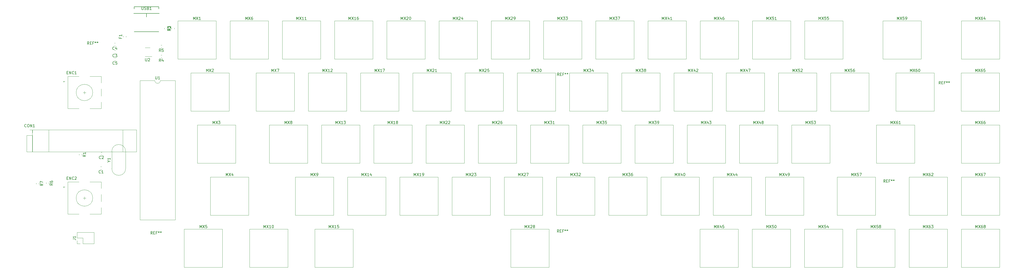
<source format=gbr>
G04 #@! TF.GenerationSoftware,KiCad,Pcbnew,(5.1.0)-1*
G04 #@! TF.CreationDate,2020-08-21T01:29:19+01:00*
G04 #@! TF.ProjectId,marcoboard,6d617263-6f62-46f6-9172-642e6b696361,rev?*
G04 #@! TF.SameCoordinates,Original*
G04 #@! TF.FileFunction,Legend,Top*
G04 #@! TF.FilePolarity,Positive*
%FSLAX46Y46*%
G04 Gerber Fmt 4.6, Leading zero omitted, Abs format (unit mm)*
G04 Created by KiCad (PCBNEW (5.1.0)-1) date 2020-08-21 01:29:19*
%MOMM*%
%LPD*%
G04 APERTURE LIST*
%ADD10C,0.120000*%
%ADD11C,0.150000*%
G04 APERTURE END LIST*
D10*
X77250000Y-99400000D02*
X77250000Y-107400000D01*
X50250000Y-99400000D02*
X50250000Y-107400000D01*
X44250000Y-107400000D02*
X44250000Y-99400000D01*
X82250000Y-107400000D02*
X44250000Y-107400000D01*
X82250000Y-99400000D02*
X82250000Y-107400000D01*
X44310000Y-99340000D02*
X82250000Y-99400000D01*
X43250000Y-99340000D02*
X44310000Y-99340000D01*
X44310000Y-99340000D02*
X44310000Y-100400000D01*
X44310000Y-101400000D02*
X44310000Y-107460000D01*
X42190000Y-107460000D02*
X44310000Y-107460000D01*
X42190000Y-101400000D02*
X42190000Y-107460000D01*
X42190000Y-101400000D02*
X44310000Y-101400000D01*
X60590000Y-141010000D02*
X60590000Y-139950000D01*
X61650000Y-141010000D02*
X60590000Y-141010000D01*
X60590000Y-138950000D02*
X60590000Y-136890000D01*
X62650000Y-138950000D02*
X60590000Y-138950000D01*
X62650000Y-141010000D02*
X62650000Y-138950000D01*
X60590000Y-136890000D02*
X66710000Y-136890000D01*
X62650000Y-141010000D02*
X66710000Y-141010000D01*
X66710000Y-141010000D02*
X66710000Y-136890000D01*
X96380000Y-81370000D02*
X90920000Y-81370000D01*
X96380000Y-132290000D02*
X96380000Y-81370000D01*
X83460000Y-132290000D02*
X96380000Y-132290000D01*
X83460000Y-81370000D02*
X83460000Y-132290000D01*
X88920000Y-81370000D02*
X83460000Y-81370000D01*
X90920000Y-81370000D02*
G75*
G02X88920000Y-81370000I-1000000J0D01*
G01*
X123425000Y-149675000D02*
X123425000Y-135705000D01*
X137395000Y-149675000D02*
X123425000Y-149675000D01*
X137395000Y-135705000D02*
X137395000Y-149675000D01*
X123425000Y-135705000D02*
X137395000Y-135705000D01*
X354425000Y-73475000D02*
X354425000Y-59505000D01*
X368395000Y-73475000D02*
X354425000Y-73475000D01*
X368395000Y-59505000D02*
X368395000Y-73475000D01*
X354425000Y-59505000D02*
X368395000Y-59505000D01*
X344875000Y-149675000D02*
X344875000Y-135705000D01*
X358845000Y-149675000D02*
X344875000Y-149675000D01*
X358845000Y-135705000D02*
X358845000Y-149675000D01*
X344875000Y-135705000D02*
X358845000Y-135705000D01*
X78275000Y-107265000D02*
G75*
G03X73225000Y-107265000I-2525000J0D01*
G01*
X78275000Y-113515000D02*
G75*
G02X73225000Y-113515000I-2525000J0D01*
G01*
X78275000Y-113515000D02*
X78275000Y-107265000D01*
X73225000Y-113515000D02*
X73225000Y-107265000D01*
D11*
X90500000Y-56810000D02*
X81250000Y-56810000D01*
X90350000Y-63470000D02*
X81400000Y-63470000D01*
X81395000Y-55060000D02*
X81400000Y-54300000D01*
X90350000Y-54300000D02*
X81400000Y-54300000D01*
X90350000Y-54300000D02*
X90355000Y-55060000D01*
X85875000Y-56810000D02*
X85875000Y-58080000D01*
D10*
X85350000Y-72510000D02*
X87800000Y-72510000D01*
X87150000Y-69290000D02*
X85350000Y-69290000D01*
X45690000Y-118824721D02*
X45690000Y-119150279D01*
X46710000Y-118824721D02*
X46710000Y-119150279D01*
X49290000Y-118674721D02*
X49290000Y-119000279D01*
X50310000Y-118674721D02*
X50310000Y-119000279D01*
X91450279Y-68390000D02*
X91124721Y-68390000D01*
X91450279Y-69410000D02*
X91124721Y-69410000D01*
X91450279Y-72040000D02*
X91124721Y-72040000D01*
X91450279Y-73060000D02*
X91124721Y-73060000D01*
X96060000Y-62450279D02*
X96060000Y-62124721D01*
X95040000Y-62450279D02*
X95040000Y-62124721D01*
X92390000Y-62124721D02*
X92390000Y-62450279D01*
X93410000Y-62124721D02*
X93410000Y-62450279D01*
X61340000Y-108249721D02*
X61340000Y-108575279D01*
X62360000Y-108249721D02*
X62360000Y-108575279D01*
X383025000Y-149675000D02*
X383025000Y-135705000D01*
X396995000Y-149675000D02*
X383025000Y-149675000D01*
X396995000Y-135705000D02*
X396995000Y-149675000D01*
X383025000Y-135705000D02*
X396995000Y-135705000D01*
X383025000Y-130625000D02*
X383025000Y-116655000D01*
X396995000Y-130625000D02*
X383025000Y-130625000D01*
X396995000Y-116655000D02*
X396995000Y-130625000D01*
X383025000Y-116655000D02*
X396995000Y-116655000D01*
X383025000Y-111575000D02*
X383025000Y-97605000D01*
X396995000Y-111575000D02*
X383025000Y-111575000D01*
X396995000Y-97605000D02*
X396995000Y-111575000D01*
X383025000Y-97605000D02*
X396995000Y-97605000D01*
X382975000Y-92525000D02*
X382975000Y-78555000D01*
X396945000Y-92525000D02*
X382975000Y-92525000D01*
X396945000Y-78555000D02*
X396945000Y-92525000D01*
X382975000Y-78555000D02*
X396945000Y-78555000D01*
X383025000Y-73465000D02*
X383025000Y-59495000D01*
X396995000Y-73465000D02*
X383025000Y-73465000D01*
X396995000Y-59495000D02*
X396995000Y-73465000D01*
X383025000Y-59495000D02*
X396995000Y-59495000D01*
X363975000Y-149675000D02*
X363975000Y-135705000D01*
X377945000Y-149675000D02*
X363975000Y-149675000D01*
X377945000Y-135705000D02*
X377945000Y-149675000D01*
X363975000Y-135705000D02*
X377945000Y-135705000D01*
X363975000Y-130625000D02*
X363975000Y-116655000D01*
X377945000Y-130625000D02*
X363975000Y-130625000D01*
X377945000Y-116655000D02*
X377945000Y-130625000D01*
X363975000Y-116655000D02*
X377945000Y-116655000D01*
X352075000Y-111575000D02*
X352075000Y-97605000D01*
X366045000Y-111575000D02*
X352075000Y-111575000D01*
X366045000Y-97605000D02*
X366045000Y-111575000D01*
X352075000Y-97605000D02*
X366045000Y-97605000D01*
X359175000Y-92525000D02*
X359175000Y-78555000D01*
X373145000Y-92525000D02*
X359175000Y-92525000D01*
X373145000Y-78555000D02*
X373145000Y-92525000D01*
X359175000Y-78555000D02*
X373145000Y-78555000D01*
X337775000Y-130625000D02*
X337775000Y-116655000D01*
X351745000Y-130625000D02*
X337775000Y-130625000D01*
X351745000Y-116655000D02*
X351745000Y-130625000D01*
X337775000Y-116655000D02*
X351745000Y-116655000D01*
X335375000Y-92525000D02*
X335375000Y-78555000D01*
X349345000Y-92525000D02*
X335375000Y-92525000D01*
X349345000Y-78555000D02*
X349345000Y-92525000D01*
X335375000Y-78555000D02*
X349345000Y-78555000D01*
X325875000Y-73465000D02*
X325875000Y-59495000D01*
X339845000Y-73465000D02*
X325875000Y-73465000D01*
X339845000Y-59495000D02*
X339845000Y-73465000D01*
X325875000Y-59495000D02*
X339845000Y-59495000D01*
X325825000Y-149675000D02*
X325825000Y-135705000D01*
X339795000Y-149675000D02*
X325825000Y-149675000D01*
X339795000Y-135705000D02*
X339795000Y-149675000D01*
X325825000Y-135705000D02*
X339795000Y-135705000D01*
X321125000Y-111575000D02*
X321125000Y-97605000D01*
X335095000Y-111575000D02*
X321125000Y-111575000D01*
X335095000Y-97605000D02*
X335095000Y-111575000D01*
X321125000Y-97605000D02*
X335095000Y-97605000D01*
X316325000Y-92525000D02*
X316325000Y-78555000D01*
X330295000Y-92525000D02*
X316325000Y-92525000D01*
X330295000Y-78555000D02*
X330295000Y-92525000D01*
X316325000Y-78555000D02*
X330295000Y-78555000D01*
X306825000Y-73475000D02*
X306825000Y-59505000D01*
X320795000Y-73475000D02*
X306825000Y-73475000D01*
X320795000Y-59505000D02*
X320795000Y-73475000D01*
X306825000Y-59505000D02*
X320795000Y-59505000D01*
X306775000Y-149665000D02*
X306775000Y-135695000D01*
X320745000Y-149665000D02*
X306775000Y-149665000D01*
X320745000Y-135695000D02*
X320745000Y-149665000D01*
X306775000Y-135695000D02*
X320745000Y-135695000D01*
X311575000Y-130625000D02*
X311575000Y-116655000D01*
X325545000Y-130625000D02*
X311575000Y-130625000D01*
X325545000Y-116655000D02*
X325545000Y-130625000D01*
X311575000Y-116655000D02*
X325545000Y-116655000D01*
X302075000Y-111575000D02*
X302075000Y-97605000D01*
X316045000Y-111575000D02*
X302075000Y-111575000D01*
X316045000Y-97605000D02*
X316045000Y-111575000D01*
X302075000Y-97605000D02*
X316045000Y-97605000D01*
X297275000Y-92525000D02*
X297275000Y-78555000D01*
X311245000Y-92525000D02*
X297275000Y-92525000D01*
X311245000Y-78555000D02*
X311245000Y-92525000D01*
X297275000Y-78555000D02*
X311245000Y-78555000D01*
X287775000Y-73475000D02*
X287775000Y-59505000D01*
X301745000Y-73475000D02*
X287775000Y-73475000D01*
X301745000Y-59505000D02*
X301745000Y-73475000D01*
X287775000Y-59505000D02*
X301745000Y-59505000D01*
X287725000Y-149675000D02*
X287725000Y-135705000D01*
X301695000Y-149675000D02*
X287725000Y-149675000D01*
X301695000Y-135705000D02*
X301695000Y-149675000D01*
X287725000Y-135705000D02*
X301695000Y-135705000D01*
X292525000Y-130625000D02*
X292525000Y-116655000D01*
X306495000Y-130625000D02*
X292525000Y-130625000D01*
X306495000Y-116655000D02*
X306495000Y-130625000D01*
X292525000Y-116655000D02*
X306495000Y-116655000D01*
X283025000Y-111575000D02*
X283025000Y-97605000D01*
X296995000Y-111575000D02*
X283025000Y-111575000D01*
X296995000Y-97605000D02*
X296995000Y-111575000D01*
X283025000Y-97605000D02*
X296995000Y-97605000D01*
X278225000Y-92525000D02*
X278225000Y-78555000D01*
X292195000Y-92525000D02*
X278225000Y-92525000D01*
X292195000Y-78555000D02*
X292195000Y-92525000D01*
X278225000Y-78555000D02*
X292195000Y-78555000D01*
X268725000Y-73475000D02*
X268725000Y-59505000D01*
X282695000Y-73475000D02*
X268725000Y-73475000D01*
X282695000Y-59505000D02*
X282695000Y-73475000D01*
X268725000Y-59505000D02*
X282695000Y-59505000D01*
X273475000Y-130625000D02*
X273475000Y-116655000D01*
X287445000Y-130625000D02*
X273475000Y-130625000D01*
X287445000Y-116655000D02*
X287445000Y-130625000D01*
X273475000Y-116655000D02*
X287445000Y-116655000D01*
X263975000Y-111575000D02*
X263975000Y-97605000D01*
X277945000Y-111575000D02*
X263975000Y-111575000D01*
X277945000Y-97605000D02*
X277945000Y-111575000D01*
X263975000Y-97605000D02*
X277945000Y-97605000D01*
X259175000Y-92525000D02*
X259175000Y-78555000D01*
X273145000Y-92525000D02*
X259175000Y-92525000D01*
X273145000Y-78555000D02*
X273145000Y-92525000D01*
X259175000Y-78555000D02*
X273145000Y-78555000D01*
X249675000Y-73475000D02*
X249675000Y-59505000D01*
X263645000Y-73475000D02*
X249675000Y-73475000D01*
X263645000Y-59505000D02*
X263645000Y-73475000D01*
X249675000Y-59505000D02*
X263645000Y-59505000D01*
X254425000Y-130625000D02*
X254425000Y-116655000D01*
X268395000Y-130625000D02*
X254425000Y-130625000D01*
X268395000Y-116655000D02*
X268395000Y-130625000D01*
X254425000Y-116655000D02*
X268395000Y-116655000D01*
X244925000Y-111575000D02*
X244925000Y-97605000D01*
X258895000Y-111575000D02*
X244925000Y-111575000D01*
X258895000Y-97605000D02*
X258895000Y-111575000D01*
X244925000Y-97605000D02*
X258895000Y-97605000D01*
X240125000Y-92525000D02*
X240125000Y-78555000D01*
X254095000Y-92525000D02*
X240125000Y-92525000D01*
X254095000Y-78555000D02*
X254095000Y-92525000D01*
X240125000Y-78555000D02*
X254095000Y-78555000D01*
X230625000Y-73475000D02*
X230625000Y-59505000D01*
X244595000Y-73475000D02*
X230625000Y-73475000D01*
X244595000Y-59505000D02*
X244595000Y-73475000D01*
X230625000Y-59505000D02*
X244595000Y-59505000D01*
X235375000Y-130625000D02*
X235375000Y-116655000D01*
X249345000Y-130625000D02*
X235375000Y-130625000D01*
X249345000Y-116655000D02*
X249345000Y-130625000D01*
X235375000Y-116655000D02*
X249345000Y-116655000D01*
X225875000Y-111575000D02*
X225875000Y-97605000D01*
X239845000Y-111575000D02*
X225875000Y-111575000D01*
X239845000Y-97605000D02*
X239845000Y-111575000D01*
X225875000Y-97605000D02*
X239845000Y-97605000D01*
X221075000Y-92525000D02*
X221075000Y-78555000D01*
X235045000Y-92525000D02*
X221075000Y-92525000D01*
X235045000Y-78555000D02*
X235045000Y-92525000D01*
X221075000Y-78555000D02*
X235045000Y-78555000D01*
X211575000Y-73475000D02*
X211575000Y-59505000D01*
X225545000Y-73475000D02*
X211575000Y-73475000D01*
X225545000Y-59505000D02*
X225545000Y-73475000D01*
X211575000Y-59505000D02*
X225545000Y-59505000D01*
X218675000Y-149675000D02*
X218675000Y-135705000D01*
X232645000Y-149675000D02*
X218675000Y-149675000D01*
X232645000Y-135705000D02*
X232645000Y-149675000D01*
X218675000Y-135705000D02*
X232645000Y-135705000D01*
X216325000Y-130625000D02*
X216325000Y-116655000D01*
X230295000Y-130625000D02*
X216325000Y-130625000D01*
X230295000Y-116655000D02*
X230295000Y-130625000D01*
X216325000Y-116655000D02*
X230295000Y-116655000D01*
X206825000Y-111575000D02*
X206825000Y-97605000D01*
X220795000Y-111575000D02*
X206825000Y-111575000D01*
X220795000Y-97605000D02*
X220795000Y-111575000D01*
X206825000Y-97605000D02*
X220795000Y-97605000D01*
X202025000Y-92525000D02*
X202025000Y-78555000D01*
X215995000Y-92525000D02*
X202025000Y-92525000D01*
X215995000Y-78555000D02*
X215995000Y-92525000D01*
X202025000Y-78555000D02*
X215995000Y-78555000D01*
X192525000Y-73475000D02*
X192525000Y-59505000D01*
X206495000Y-73475000D02*
X192525000Y-73475000D01*
X206495000Y-59505000D02*
X206495000Y-73475000D01*
X192525000Y-59505000D02*
X206495000Y-59505000D01*
X197275000Y-130625000D02*
X197275000Y-116655000D01*
X211245000Y-130625000D02*
X197275000Y-130625000D01*
X211245000Y-116655000D02*
X211245000Y-130625000D01*
X197275000Y-116655000D02*
X211245000Y-116655000D01*
X187775000Y-111575000D02*
X187775000Y-97605000D01*
X201745000Y-111575000D02*
X187775000Y-111575000D01*
X201745000Y-97605000D02*
X201745000Y-111575000D01*
X187775000Y-97605000D02*
X201745000Y-97605000D01*
X182975000Y-92525000D02*
X182975000Y-78555000D01*
X196945000Y-92525000D02*
X182975000Y-92525000D01*
X196945000Y-78555000D02*
X196945000Y-92525000D01*
X182975000Y-78555000D02*
X196945000Y-78555000D01*
X173475000Y-73475000D02*
X173475000Y-59505000D01*
X187445000Y-73475000D02*
X173475000Y-73475000D01*
X187445000Y-59505000D02*
X187445000Y-73475000D01*
X173475000Y-59505000D02*
X187445000Y-59505000D01*
X178225000Y-130625000D02*
X178225000Y-116655000D01*
X192195000Y-130625000D02*
X178225000Y-130625000D01*
X192195000Y-116655000D02*
X192195000Y-130625000D01*
X178225000Y-116655000D02*
X192195000Y-116655000D01*
X168725000Y-111575000D02*
X168725000Y-97605000D01*
X182695000Y-111575000D02*
X168725000Y-111575000D01*
X182695000Y-97605000D02*
X182695000Y-111575000D01*
X168725000Y-97605000D02*
X182695000Y-97605000D01*
X163925000Y-92525000D02*
X163925000Y-78555000D01*
X177895000Y-92525000D02*
X163925000Y-92525000D01*
X177895000Y-78555000D02*
X177895000Y-92525000D01*
X163925000Y-78555000D02*
X177895000Y-78555000D01*
X154425000Y-73475000D02*
X154425000Y-59505000D01*
X168395000Y-73475000D02*
X154425000Y-73475000D01*
X168395000Y-59505000D02*
X168395000Y-73475000D01*
X154425000Y-59505000D02*
X168395000Y-59505000D01*
X147225000Y-149675000D02*
X147225000Y-135705000D01*
X161195000Y-149675000D02*
X147225000Y-149675000D01*
X161195000Y-135705000D02*
X161195000Y-149675000D01*
X147225000Y-135705000D02*
X161195000Y-135705000D01*
X159175000Y-130625000D02*
X159175000Y-116655000D01*
X173145000Y-130625000D02*
X159175000Y-130625000D01*
X173145000Y-116655000D02*
X173145000Y-130625000D01*
X159175000Y-116655000D02*
X173145000Y-116655000D01*
X149675000Y-111575000D02*
X149675000Y-97605000D01*
X163645000Y-111575000D02*
X149675000Y-111575000D01*
X163645000Y-97605000D02*
X163645000Y-111575000D01*
X149675000Y-97605000D02*
X163645000Y-97605000D01*
X144875000Y-92525000D02*
X144875000Y-78555000D01*
X158845000Y-92525000D02*
X144875000Y-92525000D01*
X158845000Y-78555000D02*
X158845000Y-92525000D01*
X144875000Y-78555000D02*
X158845000Y-78555000D01*
X135375000Y-73475000D02*
X135375000Y-59505000D01*
X149345000Y-73475000D02*
X135375000Y-73475000D01*
X149345000Y-59505000D02*
X149345000Y-73475000D01*
X135375000Y-59505000D02*
X149345000Y-59505000D01*
X140125000Y-130625000D02*
X140125000Y-116655000D01*
X154095000Y-130625000D02*
X140125000Y-130625000D01*
X154095000Y-116655000D02*
X154095000Y-130625000D01*
X140125000Y-116655000D02*
X154095000Y-116655000D01*
X130625000Y-111575000D02*
X130625000Y-97605000D01*
X144595000Y-111575000D02*
X130625000Y-111575000D01*
X144595000Y-97605000D02*
X144595000Y-111575000D01*
X130625000Y-97605000D02*
X144595000Y-97605000D01*
X125825000Y-92525000D02*
X125825000Y-78555000D01*
X139795000Y-92525000D02*
X125825000Y-92525000D01*
X139795000Y-78555000D02*
X139795000Y-92525000D01*
X125825000Y-78555000D02*
X139795000Y-78555000D01*
X116325000Y-73475000D02*
X116325000Y-59505000D01*
X130295000Y-73475000D02*
X116325000Y-73475000D01*
X130295000Y-59505000D02*
X130295000Y-73475000D01*
X116325000Y-59505000D02*
X130295000Y-59505000D01*
X99625000Y-149675000D02*
X99625000Y-135705000D01*
X113595000Y-149675000D02*
X99625000Y-149675000D01*
X113595000Y-135705000D02*
X113595000Y-149675000D01*
X99625000Y-135705000D02*
X113595000Y-135705000D01*
X109175000Y-130625000D02*
X109175000Y-116655000D01*
X123145000Y-130625000D02*
X109175000Y-130625000D01*
X123145000Y-116655000D02*
X123145000Y-130625000D01*
X109175000Y-116655000D02*
X123145000Y-116655000D01*
X104425000Y-111575000D02*
X104425000Y-97605000D01*
X118395000Y-111575000D02*
X104425000Y-111575000D01*
X118395000Y-97605000D02*
X118395000Y-111575000D01*
X104425000Y-97605000D02*
X118395000Y-97605000D01*
X102025000Y-92515000D02*
X102025000Y-78545000D01*
X115995000Y-92515000D02*
X102025000Y-92515000D01*
X115995000Y-78545000D02*
X115995000Y-92515000D01*
X102025000Y-78545000D02*
X115995000Y-78545000D01*
X97275000Y-73475000D02*
X97275000Y-59505000D01*
X111245000Y-73475000D02*
X97275000Y-73475000D01*
X111245000Y-59505000D02*
X111245000Y-73475000D01*
X97275000Y-59505000D02*
X111245000Y-59505000D01*
X78410000Y-65400279D02*
X78410000Y-65074721D01*
X77390000Y-65400279D02*
X77390000Y-65074721D01*
X66250000Y-124320000D02*
G75*
G03X66250000Y-124320000I-3000000J0D01*
G01*
X65250000Y-118420000D02*
X69350000Y-118420000D01*
X69350000Y-130220000D02*
X65250000Y-130220000D01*
X61250000Y-130220000D02*
X57150000Y-130220000D01*
X61250000Y-118420000D02*
X57150000Y-118420000D01*
X57150000Y-118420000D02*
X57150000Y-130220000D01*
X55750000Y-120520000D02*
X55450000Y-120220000D01*
X55450000Y-120220000D02*
X56050000Y-120220000D01*
X56050000Y-120220000D02*
X55750000Y-120520000D01*
X69350000Y-118420000D02*
X69350000Y-120820000D01*
X69350000Y-123020000D02*
X69350000Y-125620000D01*
X69350000Y-127820000D02*
X69350000Y-130220000D01*
X63250000Y-123820000D02*
X63250000Y-124820000D01*
X62750000Y-124320000D02*
X63750000Y-124320000D01*
X66250000Y-85720000D02*
G75*
G03X66250000Y-85720000I-3000000J0D01*
G01*
X65250000Y-79820000D02*
X69350000Y-79820000D01*
X69350000Y-91620000D02*
X65250000Y-91620000D01*
X61250000Y-91620000D02*
X57150000Y-91620000D01*
X61250000Y-79820000D02*
X57150000Y-79820000D01*
X57150000Y-79820000D02*
X57150000Y-91620000D01*
X55750000Y-81920000D02*
X55450000Y-81620000D01*
X55450000Y-81620000D02*
X56050000Y-81620000D01*
X56050000Y-81620000D02*
X55750000Y-81920000D01*
X69350000Y-79820000D02*
X69350000Y-82220000D01*
X69350000Y-84420000D02*
X69350000Y-87020000D01*
X69350000Y-89220000D02*
X69350000Y-91620000D01*
X63250000Y-85220000D02*
X63250000Y-86220000D01*
X62750000Y-85720000D02*
X63750000Y-85720000D01*
X74525279Y-73040000D02*
X74199721Y-73040000D01*
X74525279Y-74060000D02*
X74199721Y-74060000D01*
X74475279Y-67640000D02*
X74149721Y-67640000D01*
X74475279Y-68660000D02*
X74149721Y-68660000D01*
X74525279Y-70340000D02*
X74199721Y-70340000D01*
X74525279Y-71360000D02*
X74199721Y-71360000D01*
X69575279Y-107590000D02*
X69249721Y-107590000D01*
X69575279Y-108610000D02*
X69249721Y-108610000D01*
X69475279Y-112840000D02*
X69149721Y-112840000D01*
X69475279Y-113860000D02*
X69149721Y-113860000D01*
D11*
X236316666Y-79552380D02*
X235983333Y-79076190D01*
X235745238Y-79552380D02*
X235745238Y-78552380D01*
X236126190Y-78552380D01*
X236221428Y-78600000D01*
X236269047Y-78647619D01*
X236316666Y-78742857D01*
X236316666Y-78885714D01*
X236269047Y-78980952D01*
X236221428Y-79028571D01*
X236126190Y-79076190D01*
X235745238Y-79076190D01*
X236745238Y-79028571D02*
X237078571Y-79028571D01*
X237221428Y-79552380D02*
X236745238Y-79552380D01*
X236745238Y-78552380D01*
X237221428Y-78552380D01*
X237983333Y-79028571D02*
X237650000Y-79028571D01*
X237650000Y-79552380D02*
X237650000Y-78552380D01*
X238126190Y-78552380D01*
X238650000Y-78552380D02*
X238650000Y-78790476D01*
X238411904Y-78695238D02*
X238650000Y-78790476D01*
X238888095Y-78695238D01*
X238507142Y-78980952D02*
X238650000Y-78790476D01*
X238792857Y-78980952D01*
X239411904Y-78552380D02*
X239411904Y-78790476D01*
X239173809Y-78695238D02*
X239411904Y-78790476D01*
X239650000Y-78695238D01*
X239269047Y-78980952D02*
X239411904Y-78790476D01*
X239554761Y-78980952D01*
X236266666Y-136902380D02*
X235933333Y-136426190D01*
X235695238Y-136902380D02*
X235695238Y-135902380D01*
X236076190Y-135902380D01*
X236171428Y-135950000D01*
X236219047Y-135997619D01*
X236266666Y-136092857D01*
X236266666Y-136235714D01*
X236219047Y-136330952D01*
X236171428Y-136378571D01*
X236076190Y-136426190D01*
X235695238Y-136426190D01*
X236695238Y-136378571D02*
X237028571Y-136378571D01*
X237171428Y-136902380D02*
X236695238Y-136902380D01*
X236695238Y-135902380D01*
X237171428Y-135902380D01*
X237933333Y-136378571D02*
X237600000Y-136378571D01*
X237600000Y-136902380D02*
X237600000Y-135902380D01*
X238076190Y-135902380D01*
X238600000Y-135902380D02*
X238600000Y-136140476D01*
X238361904Y-136045238D02*
X238600000Y-136140476D01*
X238838095Y-136045238D01*
X238457142Y-136330952D02*
X238600000Y-136140476D01*
X238742857Y-136330952D01*
X239361904Y-135902380D02*
X239361904Y-136140476D01*
X239123809Y-136045238D02*
X239361904Y-136140476D01*
X239600000Y-136045238D01*
X239219047Y-136330952D02*
X239361904Y-136140476D01*
X239504761Y-136330952D01*
X64916666Y-68152380D02*
X64583333Y-67676190D01*
X64345238Y-68152380D02*
X64345238Y-67152380D01*
X64726190Y-67152380D01*
X64821428Y-67200000D01*
X64869047Y-67247619D01*
X64916666Y-67342857D01*
X64916666Y-67485714D01*
X64869047Y-67580952D01*
X64821428Y-67628571D01*
X64726190Y-67676190D01*
X64345238Y-67676190D01*
X65345238Y-67628571D02*
X65678571Y-67628571D01*
X65821428Y-68152380D02*
X65345238Y-68152380D01*
X65345238Y-67152380D01*
X65821428Y-67152380D01*
X66583333Y-67628571D02*
X66250000Y-67628571D01*
X66250000Y-68152380D02*
X66250000Y-67152380D01*
X66726190Y-67152380D01*
X67250000Y-67152380D02*
X67250000Y-67390476D01*
X67011904Y-67295238D02*
X67250000Y-67390476D01*
X67488095Y-67295238D01*
X67107142Y-67580952D02*
X67250000Y-67390476D01*
X67392857Y-67580952D01*
X68011904Y-67152380D02*
X68011904Y-67390476D01*
X67773809Y-67295238D02*
X68011904Y-67390476D01*
X68250000Y-67295238D01*
X67869047Y-67580952D02*
X68011904Y-67390476D01*
X68154761Y-67580952D01*
X88016666Y-137552380D02*
X87683333Y-137076190D01*
X87445238Y-137552380D02*
X87445238Y-136552380D01*
X87826190Y-136552380D01*
X87921428Y-136600000D01*
X87969047Y-136647619D01*
X88016666Y-136742857D01*
X88016666Y-136885714D01*
X87969047Y-136980952D01*
X87921428Y-137028571D01*
X87826190Y-137076190D01*
X87445238Y-137076190D01*
X88445238Y-137028571D02*
X88778571Y-137028571D01*
X88921428Y-137552380D02*
X88445238Y-137552380D01*
X88445238Y-136552380D01*
X88921428Y-136552380D01*
X89683333Y-137028571D02*
X89350000Y-137028571D01*
X89350000Y-137552380D02*
X89350000Y-136552380D01*
X89826190Y-136552380D01*
X90350000Y-136552380D02*
X90350000Y-136790476D01*
X90111904Y-136695238D02*
X90350000Y-136790476D01*
X90588095Y-136695238D01*
X90207142Y-136980952D02*
X90350000Y-136790476D01*
X90492857Y-136980952D01*
X91111904Y-136552380D02*
X91111904Y-136790476D01*
X90873809Y-136695238D02*
X91111904Y-136790476D01*
X91350000Y-136695238D01*
X90969047Y-136980952D02*
X91111904Y-136790476D01*
X91254761Y-136980952D01*
X355316666Y-118602380D02*
X354983333Y-118126190D01*
X354745238Y-118602380D02*
X354745238Y-117602380D01*
X355126190Y-117602380D01*
X355221428Y-117650000D01*
X355269047Y-117697619D01*
X355316666Y-117792857D01*
X355316666Y-117935714D01*
X355269047Y-118030952D01*
X355221428Y-118078571D01*
X355126190Y-118126190D01*
X354745238Y-118126190D01*
X355745238Y-118078571D02*
X356078571Y-118078571D01*
X356221428Y-118602380D02*
X355745238Y-118602380D01*
X355745238Y-117602380D01*
X356221428Y-117602380D01*
X356983333Y-118078571D02*
X356650000Y-118078571D01*
X356650000Y-118602380D02*
X356650000Y-117602380D01*
X357126190Y-117602380D01*
X357650000Y-117602380D02*
X357650000Y-117840476D01*
X357411904Y-117745238D02*
X357650000Y-117840476D01*
X357888095Y-117745238D01*
X357507142Y-118030952D02*
X357650000Y-117840476D01*
X357792857Y-118030952D01*
X358411904Y-117602380D02*
X358411904Y-117840476D01*
X358173809Y-117745238D02*
X358411904Y-117840476D01*
X358650000Y-117745238D01*
X358269047Y-118030952D02*
X358411904Y-117840476D01*
X358554761Y-118030952D01*
X375466666Y-82652380D02*
X375133333Y-82176190D01*
X374895238Y-82652380D02*
X374895238Y-81652380D01*
X375276190Y-81652380D01*
X375371428Y-81700000D01*
X375419047Y-81747619D01*
X375466666Y-81842857D01*
X375466666Y-81985714D01*
X375419047Y-82080952D01*
X375371428Y-82128571D01*
X375276190Y-82176190D01*
X374895238Y-82176190D01*
X375895238Y-82128571D02*
X376228571Y-82128571D01*
X376371428Y-82652380D02*
X375895238Y-82652380D01*
X375895238Y-81652380D01*
X376371428Y-81652380D01*
X377133333Y-82128571D02*
X376800000Y-82128571D01*
X376800000Y-82652380D02*
X376800000Y-81652380D01*
X377276190Y-81652380D01*
X377800000Y-81652380D02*
X377800000Y-81890476D01*
X377561904Y-81795238D02*
X377800000Y-81890476D01*
X378038095Y-81795238D01*
X377657142Y-82080952D02*
X377800000Y-81890476D01*
X377942857Y-82080952D01*
X378561904Y-81652380D02*
X378561904Y-81890476D01*
X378323809Y-81795238D02*
X378561904Y-81890476D01*
X378800000Y-81795238D01*
X378419047Y-82080952D02*
X378561904Y-81890476D01*
X378704761Y-82080952D01*
X42035714Y-98257142D02*
X41988095Y-98304761D01*
X41845238Y-98352380D01*
X41750000Y-98352380D01*
X41607142Y-98304761D01*
X41511904Y-98209523D01*
X41464285Y-98114285D01*
X41416666Y-97923809D01*
X41416666Y-97780952D01*
X41464285Y-97590476D01*
X41511904Y-97495238D01*
X41607142Y-97400000D01*
X41750000Y-97352380D01*
X41845238Y-97352380D01*
X41988095Y-97400000D01*
X42035714Y-97447619D01*
X42654761Y-97352380D02*
X42845238Y-97352380D01*
X42940476Y-97400000D01*
X43035714Y-97495238D01*
X43083333Y-97685714D01*
X43083333Y-98019047D01*
X43035714Y-98209523D01*
X42940476Y-98304761D01*
X42845238Y-98352380D01*
X42654761Y-98352380D01*
X42559523Y-98304761D01*
X42464285Y-98209523D01*
X42416666Y-98019047D01*
X42416666Y-97685714D01*
X42464285Y-97495238D01*
X42559523Y-97400000D01*
X42654761Y-97352380D01*
X43511904Y-98352380D02*
X43511904Y-97352380D01*
X44083333Y-98352380D01*
X44083333Y-97352380D01*
X45083333Y-98352380D02*
X44511904Y-98352380D01*
X44797619Y-98352380D02*
X44797619Y-97352380D01*
X44702380Y-97495238D01*
X44607142Y-97590476D01*
X44511904Y-97638095D01*
X59042380Y-139283333D02*
X59756666Y-139283333D01*
X59899523Y-139330952D01*
X59994761Y-139426190D01*
X60042380Y-139569047D01*
X60042380Y-139664285D01*
X60042380Y-138283333D02*
X60042380Y-138854761D01*
X60042380Y-138569047D02*
X59042380Y-138569047D01*
X59185238Y-138664285D01*
X59280476Y-138759523D01*
X59328095Y-138854761D01*
X89158095Y-79822380D02*
X89158095Y-80631904D01*
X89205714Y-80727142D01*
X89253333Y-80774761D01*
X89348571Y-80822380D01*
X89539047Y-80822380D01*
X89634285Y-80774761D01*
X89681904Y-80727142D01*
X89729523Y-80631904D01*
X89729523Y-79822380D01*
X90729523Y-80822380D02*
X90158095Y-80822380D01*
X90443809Y-80822380D02*
X90443809Y-79822380D01*
X90348571Y-79965238D01*
X90253333Y-80060476D01*
X90158095Y-80108095D01*
X128648095Y-135268380D02*
X128648095Y-134268380D01*
X128981428Y-134982666D01*
X129314761Y-134268380D01*
X129314761Y-135268380D01*
X129695714Y-134268380D02*
X130362380Y-135268380D01*
X130362380Y-134268380D02*
X129695714Y-135268380D01*
X131267142Y-135268380D02*
X130695714Y-135268380D01*
X130981428Y-135268380D02*
X130981428Y-134268380D01*
X130886190Y-134411238D01*
X130790952Y-134506476D01*
X130695714Y-134554095D01*
X131886190Y-134268380D02*
X131981428Y-134268380D01*
X132076666Y-134316000D01*
X132124285Y-134363619D01*
X132171904Y-134458857D01*
X132219523Y-134649333D01*
X132219523Y-134887428D01*
X132171904Y-135077904D01*
X132124285Y-135173142D01*
X132076666Y-135220761D01*
X131981428Y-135268380D01*
X131886190Y-135268380D01*
X131790952Y-135220761D01*
X131743333Y-135173142D01*
X131695714Y-135077904D01*
X131648095Y-134887428D01*
X131648095Y-134649333D01*
X131695714Y-134458857D01*
X131743333Y-134363619D01*
X131790952Y-134316000D01*
X131886190Y-134268380D01*
X359648095Y-59068380D02*
X359648095Y-58068380D01*
X359981428Y-58782666D01*
X360314761Y-58068380D01*
X360314761Y-59068380D01*
X360695714Y-58068380D02*
X361362380Y-59068380D01*
X361362380Y-58068380D02*
X360695714Y-59068380D01*
X362219523Y-58068380D02*
X361743333Y-58068380D01*
X361695714Y-58544571D01*
X361743333Y-58496952D01*
X361838571Y-58449333D01*
X362076666Y-58449333D01*
X362171904Y-58496952D01*
X362219523Y-58544571D01*
X362267142Y-58639809D01*
X362267142Y-58877904D01*
X362219523Y-58973142D01*
X362171904Y-59020761D01*
X362076666Y-59068380D01*
X361838571Y-59068380D01*
X361743333Y-59020761D01*
X361695714Y-58973142D01*
X362743333Y-59068380D02*
X362933809Y-59068380D01*
X363029047Y-59020761D01*
X363076666Y-58973142D01*
X363171904Y-58830285D01*
X363219523Y-58639809D01*
X363219523Y-58258857D01*
X363171904Y-58163619D01*
X363124285Y-58116000D01*
X363029047Y-58068380D01*
X362838571Y-58068380D01*
X362743333Y-58116000D01*
X362695714Y-58163619D01*
X362648095Y-58258857D01*
X362648095Y-58496952D01*
X362695714Y-58592190D01*
X362743333Y-58639809D01*
X362838571Y-58687428D01*
X363029047Y-58687428D01*
X363124285Y-58639809D01*
X363171904Y-58592190D01*
X363219523Y-58496952D01*
X350098095Y-135268380D02*
X350098095Y-134268380D01*
X350431428Y-134982666D01*
X350764761Y-134268380D01*
X350764761Y-135268380D01*
X351145714Y-134268380D02*
X351812380Y-135268380D01*
X351812380Y-134268380D02*
X351145714Y-135268380D01*
X352669523Y-134268380D02*
X352193333Y-134268380D01*
X352145714Y-134744571D01*
X352193333Y-134696952D01*
X352288571Y-134649333D01*
X352526666Y-134649333D01*
X352621904Y-134696952D01*
X352669523Y-134744571D01*
X352717142Y-134839809D01*
X352717142Y-135077904D01*
X352669523Y-135173142D01*
X352621904Y-135220761D01*
X352526666Y-135268380D01*
X352288571Y-135268380D01*
X352193333Y-135220761D01*
X352145714Y-135173142D01*
X353288571Y-134696952D02*
X353193333Y-134649333D01*
X353145714Y-134601714D01*
X353098095Y-134506476D01*
X353098095Y-134458857D01*
X353145714Y-134363619D01*
X353193333Y-134316000D01*
X353288571Y-134268380D01*
X353479047Y-134268380D01*
X353574285Y-134316000D01*
X353621904Y-134363619D01*
X353669523Y-134458857D01*
X353669523Y-134506476D01*
X353621904Y-134601714D01*
X353574285Y-134649333D01*
X353479047Y-134696952D01*
X353288571Y-134696952D01*
X353193333Y-134744571D01*
X353145714Y-134792190D01*
X353098095Y-134887428D01*
X353098095Y-135077904D01*
X353145714Y-135173142D01*
X353193333Y-135220761D01*
X353288571Y-135268380D01*
X353479047Y-135268380D01*
X353574285Y-135220761D01*
X353621904Y-135173142D01*
X353669523Y-135077904D01*
X353669523Y-134887428D01*
X353621904Y-134792190D01*
X353574285Y-134744571D01*
X353479047Y-134696952D01*
X72201190Y-110866190D02*
X72677380Y-110866190D01*
X71677380Y-111199523D02*
X72201190Y-110866190D01*
X71677380Y-110532857D01*
X72677380Y-109675714D02*
X72677380Y-110247142D01*
X72677380Y-109961428D02*
X71677380Y-109961428D01*
X71820238Y-110056666D01*
X71915476Y-110151904D01*
X71963095Y-110247142D01*
X84136904Y-54412380D02*
X84136904Y-55221904D01*
X84184523Y-55317142D01*
X84232142Y-55364761D01*
X84327380Y-55412380D01*
X84517857Y-55412380D01*
X84613095Y-55364761D01*
X84660714Y-55317142D01*
X84708333Y-55221904D01*
X84708333Y-54412380D01*
X85136904Y-55364761D02*
X85279761Y-55412380D01*
X85517857Y-55412380D01*
X85613095Y-55364761D01*
X85660714Y-55317142D01*
X85708333Y-55221904D01*
X85708333Y-55126666D01*
X85660714Y-55031428D01*
X85613095Y-54983809D01*
X85517857Y-54936190D01*
X85327380Y-54888571D01*
X85232142Y-54840952D01*
X85184523Y-54793333D01*
X85136904Y-54698095D01*
X85136904Y-54602857D01*
X85184523Y-54507619D01*
X85232142Y-54460000D01*
X85327380Y-54412380D01*
X85565476Y-54412380D01*
X85708333Y-54460000D01*
X86470238Y-54888571D02*
X86613095Y-54936190D01*
X86660714Y-54983809D01*
X86708333Y-55079047D01*
X86708333Y-55221904D01*
X86660714Y-55317142D01*
X86613095Y-55364761D01*
X86517857Y-55412380D01*
X86136904Y-55412380D01*
X86136904Y-54412380D01*
X86470238Y-54412380D01*
X86565476Y-54460000D01*
X86613095Y-54507619D01*
X86660714Y-54602857D01*
X86660714Y-54698095D01*
X86613095Y-54793333D01*
X86565476Y-54840952D01*
X86470238Y-54888571D01*
X86136904Y-54888571D01*
X87660714Y-55412380D02*
X87089285Y-55412380D01*
X87375000Y-55412380D02*
X87375000Y-54412380D01*
X87279761Y-54555238D01*
X87184523Y-54650476D01*
X87089285Y-54698095D01*
X85488095Y-73252380D02*
X85488095Y-74061904D01*
X85535714Y-74157142D01*
X85583333Y-74204761D01*
X85678571Y-74252380D01*
X85869047Y-74252380D01*
X85964285Y-74204761D01*
X86011904Y-74157142D01*
X86059523Y-74061904D01*
X86059523Y-73252380D01*
X86488095Y-73347619D02*
X86535714Y-73300000D01*
X86630952Y-73252380D01*
X86869047Y-73252380D01*
X86964285Y-73300000D01*
X87011904Y-73347619D01*
X87059523Y-73442857D01*
X87059523Y-73538095D01*
X87011904Y-73680952D01*
X86440476Y-74252380D01*
X87059523Y-74252380D01*
X48082380Y-119154166D02*
X47606190Y-119487500D01*
X48082380Y-119725595D02*
X47082380Y-119725595D01*
X47082380Y-119344642D01*
X47130000Y-119249404D01*
X47177619Y-119201785D01*
X47272857Y-119154166D01*
X47415714Y-119154166D01*
X47510952Y-119201785D01*
X47558571Y-119249404D01*
X47606190Y-119344642D01*
X47606190Y-119725595D01*
X47082380Y-118820833D02*
X47082380Y-118154166D01*
X48082380Y-118582738D01*
X51682380Y-119004166D02*
X51206190Y-119337500D01*
X51682380Y-119575595D02*
X50682380Y-119575595D01*
X50682380Y-119194642D01*
X50730000Y-119099404D01*
X50777619Y-119051785D01*
X50872857Y-119004166D01*
X51015714Y-119004166D01*
X51110952Y-119051785D01*
X51158571Y-119099404D01*
X51206190Y-119194642D01*
X51206190Y-119575595D01*
X50682380Y-118147023D02*
X50682380Y-118337500D01*
X50730000Y-118432738D01*
X50777619Y-118480357D01*
X50920476Y-118575595D01*
X51110952Y-118623214D01*
X51491904Y-118623214D01*
X51587142Y-118575595D01*
X51634761Y-118527976D01*
X51682380Y-118432738D01*
X51682380Y-118242261D01*
X51634761Y-118147023D01*
X51587142Y-118099404D01*
X51491904Y-118051785D01*
X51253809Y-118051785D01*
X51158571Y-118099404D01*
X51110952Y-118147023D01*
X51063333Y-118242261D01*
X51063333Y-118432738D01*
X51110952Y-118527976D01*
X51158571Y-118575595D01*
X51253809Y-118623214D01*
X91120833Y-70782380D02*
X90787500Y-70306190D01*
X90549404Y-70782380D02*
X90549404Y-69782380D01*
X90930357Y-69782380D01*
X91025595Y-69830000D01*
X91073214Y-69877619D01*
X91120833Y-69972857D01*
X91120833Y-70115714D01*
X91073214Y-70210952D01*
X91025595Y-70258571D01*
X90930357Y-70306190D01*
X90549404Y-70306190D01*
X92025595Y-69782380D02*
X91549404Y-69782380D01*
X91501785Y-70258571D01*
X91549404Y-70210952D01*
X91644642Y-70163333D01*
X91882738Y-70163333D01*
X91977976Y-70210952D01*
X92025595Y-70258571D01*
X92073214Y-70353809D01*
X92073214Y-70591904D01*
X92025595Y-70687142D01*
X91977976Y-70734761D01*
X91882738Y-70782380D01*
X91644642Y-70782380D01*
X91549404Y-70734761D01*
X91501785Y-70687142D01*
X91120833Y-74432380D02*
X90787500Y-73956190D01*
X90549404Y-74432380D02*
X90549404Y-73432380D01*
X90930357Y-73432380D01*
X91025595Y-73480000D01*
X91073214Y-73527619D01*
X91120833Y-73622857D01*
X91120833Y-73765714D01*
X91073214Y-73860952D01*
X91025595Y-73908571D01*
X90930357Y-73956190D01*
X90549404Y-73956190D01*
X91977976Y-73765714D02*
X91977976Y-74432380D01*
X91739880Y-73384761D02*
X91501785Y-74099047D01*
X92120833Y-74099047D01*
X94572380Y-62454166D02*
X94096190Y-62787500D01*
X94572380Y-63025595D02*
X93572380Y-63025595D01*
X93572380Y-62644642D01*
X93620000Y-62549404D01*
X93667619Y-62501785D01*
X93762857Y-62454166D01*
X93905714Y-62454166D01*
X94000952Y-62501785D01*
X94048571Y-62549404D01*
X94096190Y-62644642D01*
X94096190Y-63025595D01*
X93572380Y-62120833D02*
X93572380Y-61501785D01*
X93953333Y-61835119D01*
X93953333Y-61692261D01*
X94000952Y-61597023D01*
X94048571Y-61549404D01*
X94143809Y-61501785D01*
X94381904Y-61501785D01*
X94477142Y-61549404D01*
X94524761Y-61597023D01*
X94572380Y-61692261D01*
X94572380Y-61977976D01*
X94524761Y-62073214D01*
X94477142Y-62120833D01*
X94782380Y-62454166D02*
X94306190Y-62787500D01*
X94782380Y-63025595D02*
X93782380Y-63025595D01*
X93782380Y-62644642D01*
X93830000Y-62549404D01*
X93877619Y-62501785D01*
X93972857Y-62454166D01*
X94115714Y-62454166D01*
X94210952Y-62501785D01*
X94258571Y-62549404D01*
X94306190Y-62644642D01*
X94306190Y-63025595D01*
X93877619Y-62073214D02*
X93830000Y-62025595D01*
X93782380Y-61930357D01*
X93782380Y-61692261D01*
X93830000Y-61597023D01*
X93877619Y-61549404D01*
X93972857Y-61501785D01*
X94068095Y-61501785D01*
X94210952Y-61549404D01*
X94782380Y-62120833D01*
X94782380Y-61501785D01*
X63732380Y-108579166D02*
X63256190Y-108912500D01*
X63732380Y-109150595D02*
X62732380Y-109150595D01*
X62732380Y-108769642D01*
X62780000Y-108674404D01*
X62827619Y-108626785D01*
X62922857Y-108579166D01*
X63065714Y-108579166D01*
X63160952Y-108626785D01*
X63208571Y-108674404D01*
X63256190Y-108769642D01*
X63256190Y-109150595D01*
X63732380Y-107626785D02*
X63732380Y-108198214D01*
X63732380Y-107912500D02*
X62732380Y-107912500D01*
X62875238Y-108007738D01*
X62970476Y-108102976D01*
X63018095Y-108198214D01*
X388248095Y-135268380D02*
X388248095Y-134268380D01*
X388581428Y-134982666D01*
X388914761Y-134268380D01*
X388914761Y-135268380D01*
X389295714Y-134268380D02*
X389962380Y-135268380D01*
X389962380Y-134268380D02*
X389295714Y-135268380D01*
X390771904Y-134268380D02*
X390581428Y-134268380D01*
X390486190Y-134316000D01*
X390438571Y-134363619D01*
X390343333Y-134506476D01*
X390295714Y-134696952D01*
X390295714Y-135077904D01*
X390343333Y-135173142D01*
X390390952Y-135220761D01*
X390486190Y-135268380D01*
X390676666Y-135268380D01*
X390771904Y-135220761D01*
X390819523Y-135173142D01*
X390867142Y-135077904D01*
X390867142Y-134839809D01*
X390819523Y-134744571D01*
X390771904Y-134696952D01*
X390676666Y-134649333D01*
X390486190Y-134649333D01*
X390390952Y-134696952D01*
X390343333Y-134744571D01*
X390295714Y-134839809D01*
X391438571Y-134696952D02*
X391343333Y-134649333D01*
X391295714Y-134601714D01*
X391248095Y-134506476D01*
X391248095Y-134458857D01*
X391295714Y-134363619D01*
X391343333Y-134316000D01*
X391438571Y-134268380D01*
X391629047Y-134268380D01*
X391724285Y-134316000D01*
X391771904Y-134363619D01*
X391819523Y-134458857D01*
X391819523Y-134506476D01*
X391771904Y-134601714D01*
X391724285Y-134649333D01*
X391629047Y-134696952D01*
X391438571Y-134696952D01*
X391343333Y-134744571D01*
X391295714Y-134792190D01*
X391248095Y-134887428D01*
X391248095Y-135077904D01*
X391295714Y-135173142D01*
X391343333Y-135220761D01*
X391438571Y-135268380D01*
X391629047Y-135268380D01*
X391724285Y-135220761D01*
X391771904Y-135173142D01*
X391819523Y-135077904D01*
X391819523Y-134887428D01*
X391771904Y-134792190D01*
X391724285Y-134744571D01*
X391629047Y-134696952D01*
X388248095Y-116218380D02*
X388248095Y-115218380D01*
X388581428Y-115932666D01*
X388914761Y-115218380D01*
X388914761Y-116218380D01*
X389295714Y-115218380D02*
X389962380Y-116218380D01*
X389962380Y-115218380D02*
X389295714Y-116218380D01*
X390771904Y-115218380D02*
X390581428Y-115218380D01*
X390486190Y-115266000D01*
X390438571Y-115313619D01*
X390343333Y-115456476D01*
X390295714Y-115646952D01*
X390295714Y-116027904D01*
X390343333Y-116123142D01*
X390390952Y-116170761D01*
X390486190Y-116218380D01*
X390676666Y-116218380D01*
X390771904Y-116170761D01*
X390819523Y-116123142D01*
X390867142Y-116027904D01*
X390867142Y-115789809D01*
X390819523Y-115694571D01*
X390771904Y-115646952D01*
X390676666Y-115599333D01*
X390486190Y-115599333D01*
X390390952Y-115646952D01*
X390343333Y-115694571D01*
X390295714Y-115789809D01*
X391200476Y-115218380D02*
X391867142Y-115218380D01*
X391438571Y-116218380D01*
X388248095Y-97168380D02*
X388248095Y-96168380D01*
X388581428Y-96882666D01*
X388914761Y-96168380D01*
X388914761Y-97168380D01*
X389295714Y-96168380D02*
X389962380Y-97168380D01*
X389962380Y-96168380D02*
X389295714Y-97168380D01*
X390771904Y-96168380D02*
X390581428Y-96168380D01*
X390486190Y-96216000D01*
X390438571Y-96263619D01*
X390343333Y-96406476D01*
X390295714Y-96596952D01*
X390295714Y-96977904D01*
X390343333Y-97073142D01*
X390390952Y-97120761D01*
X390486190Y-97168380D01*
X390676666Y-97168380D01*
X390771904Y-97120761D01*
X390819523Y-97073142D01*
X390867142Y-96977904D01*
X390867142Y-96739809D01*
X390819523Y-96644571D01*
X390771904Y-96596952D01*
X390676666Y-96549333D01*
X390486190Y-96549333D01*
X390390952Y-96596952D01*
X390343333Y-96644571D01*
X390295714Y-96739809D01*
X391724285Y-96168380D02*
X391533809Y-96168380D01*
X391438571Y-96216000D01*
X391390952Y-96263619D01*
X391295714Y-96406476D01*
X391248095Y-96596952D01*
X391248095Y-96977904D01*
X391295714Y-97073142D01*
X391343333Y-97120761D01*
X391438571Y-97168380D01*
X391629047Y-97168380D01*
X391724285Y-97120761D01*
X391771904Y-97073142D01*
X391819523Y-96977904D01*
X391819523Y-96739809D01*
X391771904Y-96644571D01*
X391724285Y-96596952D01*
X391629047Y-96549333D01*
X391438571Y-96549333D01*
X391343333Y-96596952D01*
X391295714Y-96644571D01*
X391248095Y-96739809D01*
X388198095Y-78118380D02*
X388198095Y-77118380D01*
X388531428Y-77832666D01*
X388864761Y-77118380D01*
X388864761Y-78118380D01*
X389245714Y-77118380D02*
X389912380Y-78118380D01*
X389912380Y-77118380D02*
X389245714Y-78118380D01*
X390721904Y-77118380D02*
X390531428Y-77118380D01*
X390436190Y-77166000D01*
X390388571Y-77213619D01*
X390293333Y-77356476D01*
X390245714Y-77546952D01*
X390245714Y-77927904D01*
X390293333Y-78023142D01*
X390340952Y-78070761D01*
X390436190Y-78118380D01*
X390626666Y-78118380D01*
X390721904Y-78070761D01*
X390769523Y-78023142D01*
X390817142Y-77927904D01*
X390817142Y-77689809D01*
X390769523Y-77594571D01*
X390721904Y-77546952D01*
X390626666Y-77499333D01*
X390436190Y-77499333D01*
X390340952Y-77546952D01*
X390293333Y-77594571D01*
X390245714Y-77689809D01*
X391721904Y-77118380D02*
X391245714Y-77118380D01*
X391198095Y-77594571D01*
X391245714Y-77546952D01*
X391340952Y-77499333D01*
X391579047Y-77499333D01*
X391674285Y-77546952D01*
X391721904Y-77594571D01*
X391769523Y-77689809D01*
X391769523Y-77927904D01*
X391721904Y-78023142D01*
X391674285Y-78070761D01*
X391579047Y-78118380D01*
X391340952Y-78118380D01*
X391245714Y-78070761D01*
X391198095Y-78023142D01*
X388248095Y-59058380D02*
X388248095Y-58058380D01*
X388581428Y-58772666D01*
X388914761Y-58058380D01*
X388914761Y-59058380D01*
X389295714Y-58058380D02*
X389962380Y-59058380D01*
X389962380Y-58058380D02*
X389295714Y-59058380D01*
X390771904Y-58058380D02*
X390581428Y-58058380D01*
X390486190Y-58106000D01*
X390438571Y-58153619D01*
X390343333Y-58296476D01*
X390295714Y-58486952D01*
X390295714Y-58867904D01*
X390343333Y-58963142D01*
X390390952Y-59010761D01*
X390486190Y-59058380D01*
X390676666Y-59058380D01*
X390771904Y-59010761D01*
X390819523Y-58963142D01*
X390867142Y-58867904D01*
X390867142Y-58629809D01*
X390819523Y-58534571D01*
X390771904Y-58486952D01*
X390676666Y-58439333D01*
X390486190Y-58439333D01*
X390390952Y-58486952D01*
X390343333Y-58534571D01*
X390295714Y-58629809D01*
X391724285Y-58391714D02*
X391724285Y-59058380D01*
X391486190Y-58010761D02*
X391248095Y-58725047D01*
X391867142Y-58725047D01*
X369198095Y-135268380D02*
X369198095Y-134268380D01*
X369531428Y-134982666D01*
X369864761Y-134268380D01*
X369864761Y-135268380D01*
X370245714Y-134268380D02*
X370912380Y-135268380D01*
X370912380Y-134268380D02*
X370245714Y-135268380D01*
X371721904Y-134268380D02*
X371531428Y-134268380D01*
X371436190Y-134316000D01*
X371388571Y-134363619D01*
X371293333Y-134506476D01*
X371245714Y-134696952D01*
X371245714Y-135077904D01*
X371293333Y-135173142D01*
X371340952Y-135220761D01*
X371436190Y-135268380D01*
X371626666Y-135268380D01*
X371721904Y-135220761D01*
X371769523Y-135173142D01*
X371817142Y-135077904D01*
X371817142Y-134839809D01*
X371769523Y-134744571D01*
X371721904Y-134696952D01*
X371626666Y-134649333D01*
X371436190Y-134649333D01*
X371340952Y-134696952D01*
X371293333Y-134744571D01*
X371245714Y-134839809D01*
X372150476Y-134268380D02*
X372769523Y-134268380D01*
X372436190Y-134649333D01*
X372579047Y-134649333D01*
X372674285Y-134696952D01*
X372721904Y-134744571D01*
X372769523Y-134839809D01*
X372769523Y-135077904D01*
X372721904Y-135173142D01*
X372674285Y-135220761D01*
X372579047Y-135268380D01*
X372293333Y-135268380D01*
X372198095Y-135220761D01*
X372150476Y-135173142D01*
X369198095Y-116218380D02*
X369198095Y-115218380D01*
X369531428Y-115932666D01*
X369864761Y-115218380D01*
X369864761Y-116218380D01*
X370245714Y-115218380D02*
X370912380Y-116218380D01*
X370912380Y-115218380D02*
X370245714Y-116218380D01*
X371721904Y-115218380D02*
X371531428Y-115218380D01*
X371436190Y-115266000D01*
X371388571Y-115313619D01*
X371293333Y-115456476D01*
X371245714Y-115646952D01*
X371245714Y-116027904D01*
X371293333Y-116123142D01*
X371340952Y-116170761D01*
X371436190Y-116218380D01*
X371626666Y-116218380D01*
X371721904Y-116170761D01*
X371769523Y-116123142D01*
X371817142Y-116027904D01*
X371817142Y-115789809D01*
X371769523Y-115694571D01*
X371721904Y-115646952D01*
X371626666Y-115599333D01*
X371436190Y-115599333D01*
X371340952Y-115646952D01*
X371293333Y-115694571D01*
X371245714Y-115789809D01*
X372198095Y-115313619D02*
X372245714Y-115266000D01*
X372340952Y-115218380D01*
X372579047Y-115218380D01*
X372674285Y-115266000D01*
X372721904Y-115313619D01*
X372769523Y-115408857D01*
X372769523Y-115504095D01*
X372721904Y-115646952D01*
X372150476Y-116218380D01*
X372769523Y-116218380D01*
X357298095Y-97168380D02*
X357298095Y-96168380D01*
X357631428Y-96882666D01*
X357964761Y-96168380D01*
X357964761Y-97168380D01*
X358345714Y-96168380D02*
X359012380Y-97168380D01*
X359012380Y-96168380D02*
X358345714Y-97168380D01*
X359821904Y-96168380D02*
X359631428Y-96168380D01*
X359536190Y-96216000D01*
X359488571Y-96263619D01*
X359393333Y-96406476D01*
X359345714Y-96596952D01*
X359345714Y-96977904D01*
X359393333Y-97073142D01*
X359440952Y-97120761D01*
X359536190Y-97168380D01*
X359726666Y-97168380D01*
X359821904Y-97120761D01*
X359869523Y-97073142D01*
X359917142Y-96977904D01*
X359917142Y-96739809D01*
X359869523Y-96644571D01*
X359821904Y-96596952D01*
X359726666Y-96549333D01*
X359536190Y-96549333D01*
X359440952Y-96596952D01*
X359393333Y-96644571D01*
X359345714Y-96739809D01*
X360869523Y-97168380D02*
X360298095Y-97168380D01*
X360583809Y-97168380D02*
X360583809Y-96168380D01*
X360488571Y-96311238D01*
X360393333Y-96406476D01*
X360298095Y-96454095D01*
X364398095Y-78118380D02*
X364398095Y-77118380D01*
X364731428Y-77832666D01*
X365064761Y-77118380D01*
X365064761Y-78118380D01*
X365445714Y-77118380D02*
X366112380Y-78118380D01*
X366112380Y-77118380D02*
X365445714Y-78118380D01*
X366921904Y-77118380D02*
X366731428Y-77118380D01*
X366636190Y-77166000D01*
X366588571Y-77213619D01*
X366493333Y-77356476D01*
X366445714Y-77546952D01*
X366445714Y-77927904D01*
X366493333Y-78023142D01*
X366540952Y-78070761D01*
X366636190Y-78118380D01*
X366826666Y-78118380D01*
X366921904Y-78070761D01*
X366969523Y-78023142D01*
X367017142Y-77927904D01*
X367017142Y-77689809D01*
X366969523Y-77594571D01*
X366921904Y-77546952D01*
X366826666Y-77499333D01*
X366636190Y-77499333D01*
X366540952Y-77546952D01*
X366493333Y-77594571D01*
X366445714Y-77689809D01*
X367636190Y-77118380D02*
X367731428Y-77118380D01*
X367826666Y-77166000D01*
X367874285Y-77213619D01*
X367921904Y-77308857D01*
X367969523Y-77499333D01*
X367969523Y-77737428D01*
X367921904Y-77927904D01*
X367874285Y-78023142D01*
X367826666Y-78070761D01*
X367731428Y-78118380D01*
X367636190Y-78118380D01*
X367540952Y-78070761D01*
X367493333Y-78023142D01*
X367445714Y-77927904D01*
X367398095Y-77737428D01*
X367398095Y-77499333D01*
X367445714Y-77308857D01*
X367493333Y-77213619D01*
X367540952Y-77166000D01*
X367636190Y-77118380D01*
X342998095Y-116218380D02*
X342998095Y-115218380D01*
X343331428Y-115932666D01*
X343664761Y-115218380D01*
X343664761Y-116218380D01*
X344045714Y-115218380D02*
X344712380Y-116218380D01*
X344712380Y-115218380D02*
X344045714Y-116218380D01*
X345569523Y-115218380D02*
X345093333Y-115218380D01*
X345045714Y-115694571D01*
X345093333Y-115646952D01*
X345188571Y-115599333D01*
X345426666Y-115599333D01*
X345521904Y-115646952D01*
X345569523Y-115694571D01*
X345617142Y-115789809D01*
X345617142Y-116027904D01*
X345569523Y-116123142D01*
X345521904Y-116170761D01*
X345426666Y-116218380D01*
X345188571Y-116218380D01*
X345093333Y-116170761D01*
X345045714Y-116123142D01*
X345950476Y-115218380D02*
X346617142Y-115218380D01*
X346188571Y-116218380D01*
X340598095Y-78118380D02*
X340598095Y-77118380D01*
X340931428Y-77832666D01*
X341264761Y-77118380D01*
X341264761Y-78118380D01*
X341645714Y-77118380D02*
X342312380Y-78118380D01*
X342312380Y-77118380D02*
X341645714Y-78118380D01*
X343169523Y-77118380D02*
X342693333Y-77118380D01*
X342645714Y-77594571D01*
X342693333Y-77546952D01*
X342788571Y-77499333D01*
X343026666Y-77499333D01*
X343121904Y-77546952D01*
X343169523Y-77594571D01*
X343217142Y-77689809D01*
X343217142Y-77927904D01*
X343169523Y-78023142D01*
X343121904Y-78070761D01*
X343026666Y-78118380D01*
X342788571Y-78118380D01*
X342693333Y-78070761D01*
X342645714Y-78023142D01*
X344074285Y-77118380D02*
X343883809Y-77118380D01*
X343788571Y-77166000D01*
X343740952Y-77213619D01*
X343645714Y-77356476D01*
X343598095Y-77546952D01*
X343598095Y-77927904D01*
X343645714Y-78023142D01*
X343693333Y-78070761D01*
X343788571Y-78118380D01*
X343979047Y-78118380D01*
X344074285Y-78070761D01*
X344121904Y-78023142D01*
X344169523Y-77927904D01*
X344169523Y-77689809D01*
X344121904Y-77594571D01*
X344074285Y-77546952D01*
X343979047Y-77499333D01*
X343788571Y-77499333D01*
X343693333Y-77546952D01*
X343645714Y-77594571D01*
X343598095Y-77689809D01*
X331098095Y-59058380D02*
X331098095Y-58058380D01*
X331431428Y-58772666D01*
X331764761Y-58058380D01*
X331764761Y-59058380D01*
X332145714Y-58058380D02*
X332812380Y-59058380D01*
X332812380Y-58058380D02*
X332145714Y-59058380D01*
X333669523Y-58058380D02*
X333193333Y-58058380D01*
X333145714Y-58534571D01*
X333193333Y-58486952D01*
X333288571Y-58439333D01*
X333526666Y-58439333D01*
X333621904Y-58486952D01*
X333669523Y-58534571D01*
X333717142Y-58629809D01*
X333717142Y-58867904D01*
X333669523Y-58963142D01*
X333621904Y-59010761D01*
X333526666Y-59058380D01*
X333288571Y-59058380D01*
X333193333Y-59010761D01*
X333145714Y-58963142D01*
X334621904Y-58058380D02*
X334145714Y-58058380D01*
X334098095Y-58534571D01*
X334145714Y-58486952D01*
X334240952Y-58439333D01*
X334479047Y-58439333D01*
X334574285Y-58486952D01*
X334621904Y-58534571D01*
X334669523Y-58629809D01*
X334669523Y-58867904D01*
X334621904Y-58963142D01*
X334574285Y-59010761D01*
X334479047Y-59058380D01*
X334240952Y-59058380D01*
X334145714Y-59010761D01*
X334098095Y-58963142D01*
X331048095Y-135268380D02*
X331048095Y-134268380D01*
X331381428Y-134982666D01*
X331714761Y-134268380D01*
X331714761Y-135268380D01*
X332095714Y-134268380D02*
X332762380Y-135268380D01*
X332762380Y-134268380D02*
X332095714Y-135268380D01*
X333619523Y-134268380D02*
X333143333Y-134268380D01*
X333095714Y-134744571D01*
X333143333Y-134696952D01*
X333238571Y-134649333D01*
X333476666Y-134649333D01*
X333571904Y-134696952D01*
X333619523Y-134744571D01*
X333667142Y-134839809D01*
X333667142Y-135077904D01*
X333619523Y-135173142D01*
X333571904Y-135220761D01*
X333476666Y-135268380D01*
X333238571Y-135268380D01*
X333143333Y-135220761D01*
X333095714Y-135173142D01*
X334524285Y-134601714D02*
X334524285Y-135268380D01*
X334286190Y-134220761D02*
X334048095Y-134935047D01*
X334667142Y-134935047D01*
X326348095Y-97168380D02*
X326348095Y-96168380D01*
X326681428Y-96882666D01*
X327014761Y-96168380D01*
X327014761Y-97168380D01*
X327395714Y-96168380D02*
X328062380Y-97168380D01*
X328062380Y-96168380D02*
X327395714Y-97168380D01*
X328919523Y-96168380D02*
X328443333Y-96168380D01*
X328395714Y-96644571D01*
X328443333Y-96596952D01*
X328538571Y-96549333D01*
X328776666Y-96549333D01*
X328871904Y-96596952D01*
X328919523Y-96644571D01*
X328967142Y-96739809D01*
X328967142Y-96977904D01*
X328919523Y-97073142D01*
X328871904Y-97120761D01*
X328776666Y-97168380D01*
X328538571Y-97168380D01*
X328443333Y-97120761D01*
X328395714Y-97073142D01*
X329300476Y-96168380D02*
X329919523Y-96168380D01*
X329586190Y-96549333D01*
X329729047Y-96549333D01*
X329824285Y-96596952D01*
X329871904Y-96644571D01*
X329919523Y-96739809D01*
X329919523Y-96977904D01*
X329871904Y-97073142D01*
X329824285Y-97120761D01*
X329729047Y-97168380D01*
X329443333Y-97168380D01*
X329348095Y-97120761D01*
X329300476Y-97073142D01*
X321548095Y-78118380D02*
X321548095Y-77118380D01*
X321881428Y-77832666D01*
X322214761Y-77118380D01*
X322214761Y-78118380D01*
X322595714Y-77118380D02*
X323262380Y-78118380D01*
X323262380Y-77118380D02*
X322595714Y-78118380D01*
X324119523Y-77118380D02*
X323643333Y-77118380D01*
X323595714Y-77594571D01*
X323643333Y-77546952D01*
X323738571Y-77499333D01*
X323976666Y-77499333D01*
X324071904Y-77546952D01*
X324119523Y-77594571D01*
X324167142Y-77689809D01*
X324167142Y-77927904D01*
X324119523Y-78023142D01*
X324071904Y-78070761D01*
X323976666Y-78118380D01*
X323738571Y-78118380D01*
X323643333Y-78070761D01*
X323595714Y-78023142D01*
X324548095Y-77213619D02*
X324595714Y-77166000D01*
X324690952Y-77118380D01*
X324929047Y-77118380D01*
X325024285Y-77166000D01*
X325071904Y-77213619D01*
X325119523Y-77308857D01*
X325119523Y-77404095D01*
X325071904Y-77546952D01*
X324500476Y-78118380D01*
X325119523Y-78118380D01*
X312048095Y-59068380D02*
X312048095Y-58068380D01*
X312381428Y-58782666D01*
X312714761Y-58068380D01*
X312714761Y-59068380D01*
X313095714Y-58068380D02*
X313762380Y-59068380D01*
X313762380Y-58068380D02*
X313095714Y-59068380D01*
X314619523Y-58068380D02*
X314143333Y-58068380D01*
X314095714Y-58544571D01*
X314143333Y-58496952D01*
X314238571Y-58449333D01*
X314476666Y-58449333D01*
X314571904Y-58496952D01*
X314619523Y-58544571D01*
X314667142Y-58639809D01*
X314667142Y-58877904D01*
X314619523Y-58973142D01*
X314571904Y-59020761D01*
X314476666Y-59068380D01*
X314238571Y-59068380D01*
X314143333Y-59020761D01*
X314095714Y-58973142D01*
X315619523Y-59068380D02*
X315048095Y-59068380D01*
X315333809Y-59068380D02*
X315333809Y-58068380D01*
X315238571Y-58211238D01*
X315143333Y-58306476D01*
X315048095Y-58354095D01*
X311998095Y-135258380D02*
X311998095Y-134258380D01*
X312331428Y-134972666D01*
X312664761Y-134258380D01*
X312664761Y-135258380D01*
X313045714Y-134258380D02*
X313712380Y-135258380D01*
X313712380Y-134258380D02*
X313045714Y-135258380D01*
X314569523Y-134258380D02*
X314093333Y-134258380D01*
X314045714Y-134734571D01*
X314093333Y-134686952D01*
X314188571Y-134639333D01*
X314426666Y-134639333D01*
X314521904Y-134686952D01*
X314569523Y-134734571D01*
X314617142Y-134829809D01*
X314617142Y-135067904D01*
X314569523Y-135163142D01*
X314521904Y-135210761D01*
X314426666Y-135258380D01*
X314188571Y-135258380D01*
X314093333Y-135210761D01*
X314045714Y-135163142D01*
X315236190Y-134258380D02*
X315331428Y-134258380D01*
X315426666Y-134306000D01*
X315474285Y-134353619D01*
X315521904Y-134448857D01*
X315569523Y-134639333D01*
X315569523Y-134877428D01*
X315521904Y-135067904D01*
X315474285Y-135163142D01*
X315426666Y-135210761D01*
X315331428Y-135258380D01*
X315236190Y-135258380D01*
X315140952Y-135210761D01*
X315093333Y-135163142D01*
X315045714Y-135067904D01*
X314998095Y-134877428D01*
X314998095Y-134639333D01*
X315045714Y-134448857D01*
X315093333Y-134353619D01*
X315140952Y-134306000D01*
X315236190Y-134258380D01*
X316798095Y-116218380D02*
X316798095Y-115218380D01*
X317131428Y-115932666D01*
X317464761Y-115218380D01*
X317464761Y-116218380D01*
X317845714Y-115218380D02*
X318512380Y-116218380D01*
X318512380Y-115218380D02*
X317845714Y-116218380D01*
X319321904Y-115551714D02*
X319321904Y-116218380D01*
X319083809Y-115170761D02*
X318845714Y-115885047D01*
X319464761Y-115885047D01*
X319893333Y-116218380D02*
X320083809Y-116218380D01*
X320179047Y-116170761D01*
X320226666Y-116123142D01*
X320321904Y-115980285D01*
X320369523Y-115789809D01*
X320369523Y-115408857D01*
X320321904Y-115313619D01*
X320274285Y-115266000D01*
X320179047Y-115218380D01*
X319988571Y-115218380D01*
X319893333Y-115266000D01*
X319845714Y-115313619D01*
X319798095Y-115408857D01*
X319798095Y-115646952D01*
X319845714Y-115742190D01*
X319893333Y-115789809D01*
X319988571Y-115837428D01*
X320179047Y-115837428D01*
X320274285Y-115789809D01*
X320321904Y-115742190D01*
X320369523Y-115646952D01*
X307298095Y-97168380D02*
X307298095Y-96168380D01*
X307631428Y-96882666D01*
X307964761Y-96168380D01*
X307964761Y-97168380D01*
X308345714Y-96168380D02*
X309012380Y-97168380D01*
X309012380Y-96168380D02*
X308345714Y-97168380D01*
X309821904Y-96501714D02*
X309821904Y-97168380D01*
X309583809Y-96120761D02*
X309345714Y-96835047D01*
X309964761Y-96835047D01*
X310488571Y-96596952D02*
X310393333Y-96549333D01*
X310345714Y-96501714D01*
X310298095Y-96406476D01*
X310298095Y-96358857D01*
X310345714Y-96263619D01*
X310393333Y-96216000D01*
X310488571Y-96168380D01*
X310679047Y-96168380D01*
X310774285Y-96216000D01*
X310821904Y-96263619D01*
X310869523Y-96358857D01*
X310869523Y-96406476D01*
X310821904Y-96501714D01*
X310774285Y-96549333D01*
X310679047Y-96596952D01*
X310488571Y-96596952D01*
X310393333Y-96644571D01*
X310345714Y-96692190D01*
X310298095Y-96787428D01*
X310298095Y-96977904D01*
X310345714Y-97073142D01*
X310393333Y-97120761D01*
X310488571Y-97168380D01*
X310679047Y-97168380D01*
X310774285Y-97120761D01*
X310821904Y-97073142D01*
X310869523Y-96977904D01*
X310869523Y-96787428D01*
X310821904Y-96692190D01*
X310774285Y-96644571D01*
X310679047Y-96596952D01*
X302498095Y-78118380D02*
X302498095Y-77118380D01*
X302831428Y-77832666D01*
X303164761Y-77118380D01*
X303164761Y-78118380D01*
X303545714Y-77118380D02*
X304212380Y-78118380D01*
X304212380Y-77118380D02*
X303545714Y-78118380D01*
X305021904Y-77451714D02*
X305021904Y-78118380D01*
X304783809Y-77070761D02*
X304545714Y-77785047D01*
X305164761Y-77785047D01*
X305450476Y-77118380D02*
X306117142Y-77118380D01*
X305688571Y-78118380D01*
X292998095Y-59068380D02*
X292998095Y-58068380D01*
X293331428Y-58782666D01*
X293664761Y-58068380D01*
X293664761Y-59068380D01*
X294045714Y-58068380D02*
X294712380Y-59068380D01*
X294712380Y-58068380D02*
X294045714Y-59068380D01*
X295521904Y-58401714D02*
X295521904Y-59068380D01*
X295283809Y-58020761D02*
X295045714Y-58735047D01*
X295664761Y-58735047D01*
X296474285Y-58068380D02*
X296283809Y-58068380D01*
X296188571Y-58116000D01*
X296140952Y-58163619D01*
X296045714Y-58306476D01*
X295998095Y-58496952D01*
X295998095Y-58877904D01*
X296045714Y-58973142D01*
X296093333Y-59020761D01*
X296188571Y-59068380D01*
X296379047Y-59068380D01*
X296474285Y-59020761D01*
X296521904Y-58973142D01*
X296569523Y-58877904D01*
X296569523Y-58639809D01*
X296521904Y-58544571D01*
X296474285Y-58496952D01*
X296379047Y-58449333D01*
X296188571Y-58449333D01*
X296093333Y-58496952D01*
X296045714Y-58544571D01*
X295998095Y-58639809D01*
X292948095Y-135268380D02*
X292948095Y-134268380D01*
X293281428Y-134982666D01*
X293614761Y-134268380D01*
X293614761Y-135268380D01*
X293995714Y-134268380D02*
X294662380Y-135268380D01*
X294662380Y-134268380D02*
X293995714Y-135268380D01*
X295471904Y-134601714D02*
X295471904Y-135268380D01*
X295233809Y-134220761D02*
X294995714Y-134935047D01*
X295614761Y-134935047D01*
X296471904Y-134268380D02*
X295995714Y-134268380D01*
X295948095Y-134744571D01*
X295995714Y-134696952D01*
X296090952Y-134649333D01*
X296329047Y-134649333D01*
X296424285Y-134696952D01*
X296471904Y-134744571D01*
X296519523Y-134839809D01*
X296519523Y-135077904D01*
X296471904Y-135173142D01*
X296424285Y-135220761D01*
X296329047Y-135268380D01*
X296090952Y-135268380D01*
X295995714Y-135220761D01*
X295948095Y-135173142D01*
X297748095Y-116218380D02*
X297748095Y-115218380D01*
X298081428Y-115932666D01*
X298414761Y-115218380D01*
X298414761Y-116218380D01*
X298795714Y-115218380D02*
X299462380Y-116218380D01*
X299462380Y-115218380D02*
X298795714Y-116218380D01*
X300271904Y-115551714D02*
X300271904Y-116218380D01*
X300033809Y-115170761D02*
X299795714Y-115885047D01*
X300414761Y-115885047D01*
X301224285Y-115551714D02*
X301224285Y-116218380D01*
X300986190Y-115170761D02*
X300748095Y-115885047D01*
X301367142Y-115885047D01*
X288248095Y-97168380D02*
X288248095Y-96168380D01*
X288581428Y-96882666D01*
X288914761Y-96168380D01*
X288914761Y-97168380D01*
X289295714Y-96168380D02*
X289962380Y-97168380D01*
X289962380Y-96168380D02*
X289295714Y-97168380D01*
X290771904Y-96501714D02*
X290771904Y-97168380D01*
X290533809Y-96120761D02*
X290295714Y-96835047D01*
X290914761Y-96835047D01*
X291200476Y-96168380D02*
X291819523Y-96168380D01*
X291486190Y-96549333D01*
X291629047Y-96549333D01*
X291724285Y-96596952D01*
X291771904Y-96644571D01*
X291819523Y-96739809D01*
X291819523Y-96977904D01*
X291771904Y-97073142D01*
X291724285Y-97120761D01*
X291629047Y-97168380D01*
X291343333Y-97168380D01*
X291248095Y-97120761D01*
X291200476Y-97073142D01*
X283448095Y-78118380D02*
X283448095Y-77118380D01*
X283781428Y-77832666D01*
X284114761Y-77118380D01*
X284114761Y-78118380D01*
X284495714Y-77118380D02*
X285162380Y-78118380D01*
X285162380Y-77118380D02*
X284495714Y-78118380D01*
X285971904Y-77451714D02*
X285971904Y-78118380D01*
X285733809Y-77070761D02*
X285495714Y-77785047D01*
X286114761Y-77785047D01*
X286448095Y-77213619D02*
X286495714Y-77166000D01*
X286590952Y-77118380D01*
X286829047Y-77118380D01*
X286924285Y-77166000D01*
X286971904Y-77213619D01*
X287019523Y-77308857D01*
X287019523Y-77404095D01*
X286971904Y-77546952D01*
X286400476Y-78118380D01*
X287019523Y-78118380D01*
X273948095Y-59068380D02*
X273948095Y-58068380D01*
X274281428Y-58782666D01*
X274614761Y-58068380D01*
X274614761Y-59068380D01*
X274995714Y-58068380D02*
X275662380Y-59068380D01*
X275662380Y-58068380D02*
X274995714Y-59068380D01*
X276471904Y-58401714D02*
X276471904Y-59068380D01*
X276233809Y-58020761D02*
X275995714Y-58735047D01*
X276614761Y-58735047D01*
X277519523Y-59068380D02*
X276948095Y-59068380D01*
X277233809Y-59068380D02*
X277233809Y-58068380D01*
X277138571Y-58211238D01*
X277043333Y-58306476D01*
X276948095Y-58354095D01*
X278698095Y-116218380D02*
X278698095Y-115218380D01*
X279031428Y-115932666D01*
X279364761Y-115218380D01*
X279364761Y-116218380D01*
X279745714Y-115218380D02*
X280412380Y-116218380D01*
X280412380Y-115218380D02*
X279745714Y-116218380D01*
X281221904Y-115551714D02*
X281221904Y-116218380D01*
X280983809Y-115170761D02*
X280745714Y-115885047D01*
X281364761Y-115885047D01*
X281936190Y-115218380D02*
X282031428Y-115218380D01*
X282126666Y-115266000D01*
X282174285Y-115313619D01*
X282221904Y-115408857D01*
X282269523Y-115599333D01*
X282269523Y-115837428D01*
X282221904Y-116027904D01*
X282174285Y-116123142D01*
X282126666Y-116170761D01*
X282031428Y-116218380D01*
X281936190Y-116218380D01*
X281840952Y-116170761D01*
X281793333Y-116123142D01*
X281745714Y-116027904D01*
X281698095Y-115837428D01*
X281698095Y-115599333D01*
X281745714Y-115408857D01*
X281793333Y-115313619D01*
X281840952Y-115266000D01*
X281936190Y-115218380D01*
X269198095Y-97168380D02*
X269198095Y-96168380D01*
X269531428Y-96882666D01*
X269864761Y-96168380D01*
X269864761Y-97168380D01*
X270245714Y-96168380D02*
X270912380Y-97168380D01*
X270912380Y-96168380D02*
X270245714Y-97168380D01*
X271198095Y-96168380D02*
X271817142Y-96168380D01*
X271483809Y-96549333D01*
X271626666Y-96549333D01*
X271721904Y-96596952D01*
X271769523Y-96644571D01*
X271817142Y-96739809D01*
X271817142Y-96977904D01*
X271769523Y-97073142D01*
X271721904Y-97120761D01*
X271626666Y-97168380D01*
X271340952Y-97168380D01*
X271245714Y-97120761D01*
X271198095Y-97073142D01*
X272293333Y-97168380D02*
X272483809Y-97168380D01*
X272579047Y-97120761D01*
X272626666Y-97073142D01*
X272721904Y-96930285D01*
X272769523Y-96739809D01*
X272769523Y-96358857D01*
X272721904Y-96263619D01*
X272674285Y-96216000D01*
X272579047Y-96168380D01*
X272388571Y-96168380D01*
X272293333Y-96216000D01*
X272245714Y-96263619D01*
X272198095Y-96358857D01*
X272198095Y-96596952D01*
X272245714Y-96692190D01*
X272293333Y-96739809D01*
X272388571Y-96787428D01*
X272579047Y-96787428D01*
X272674285Y-96739809D01*
X272721904Y-96692190D01*
X272769523Y-96596952D01*
X264398095Y-78118380D02*
X264398095Y-77118380D01*
X264731428Y-77832666D01*
X265064761Y-77118380D01*
X265064761Y-78118380D01*
X265445714Y-77118380D02*
X266112380Y-78118380D01*
X266112380Y-77118380D02*
X265445714Y-78118380D01*
X266398095Y-77118380D02*
X267017142Y-77118380D01*
X266683809Y-77499333D01*
X266826666Y-77499333D01*
X266921904Y-77546952D01*
X266969523Y-77594571D01*
X267017142Y-77689809D01*
X267017142Y-77927904D01*
X266969523Y-78023142D01*
X266921904Y-78070761D01*
X266826666Y-78118380D01*
X266540952Y-78118380D01*
X266445714Y-78070761D01*
X266398095Y-78023142D01*
X267588571Y-77546952D02*
X267493333Y-77499333D01*
X267445714Y-77451714D01*
X267398095Y-77356476D01*
X267398095Y-77308857D01*
X267445714Y-77213619D01*
X267493333Y-77166000D01*
X267588571Y-77118380D01*
X267779047Y-77118380D01*
X267874285Y-77166000D01*
X267921904Y-77213619D01*
X267969523Y-77308857D01*
X267969523Y-77356476D01*
X267921904Y-77451714D01*
X267874285Y-77499333D01*
X267779047Y-77546952D01*
X267588571Y-77546952D01*
X267493333Y-77594571D01*
X267445714Y-77642190D01*
X267398095Y-77737428D01*
X267398095Y-77927904D01*
X267445714Y-78023142D01*
X267493333Y-78070761D01*
X267588571Y-78118380D01*
X267779047Y-78118380D01*
X267874285Y-78070761D01*
X267921904Y-78023142D01*
X267969523Y-77927904D01*
X267969523Y-77737428D01*
X267921904Y-77642190D01*
X267874285Y-77594571D01*
X267779047Y-77546952D01*
X254898095Y-59068380D02*
X254898095Y-58068380D01*
X255231428Y-58782666D01*
X255564761Y-58068380D01*
X255564761Y-59068380D01*
X255945714Y-58068380D02*
X256612380Y-59068380D01*
X256612380Y-58068380D02*
X255945714Y-59068380D01*
X256898095Y-58068380D02*
X257517142Y-58068380D01*
X257183809Y-58449333D01*
X257326666Y-58449333D01*
X257421904Y-58496952D01*
X257469523Y-58544571D01*
X257517142Y-58639809D01*
X257517142Y-58877904D01*
X257469523Y-58973142D01*
X257421904Y-59020761D01*
X257326666Y-59068380D01*
X257040952Y-59068380D01*
X256945714Y-59020761D01*
X256898095Y-58973142D01*
X257850476Y-58068380D02*
X258517142Y-58068380D01*
X258088571Y-59068380D01*
X259648095Y-116218380D02*
X259648095Y-115218380D01*
X259981428Y-115932666D01*
X260314761Y-115218380D01*
X260314761Y-116218380D01*
X260695714Y-115218380D02*
X261362380Y-116218380D01*
X261362380Y-115218380D02*
X260695714Y-116218380D01*
X261648095Y-115218380D02*
X262267142Y-115218380D01*
X261933809Y-115599333D01*
X262076666Y-115599333D01*
X262171904Y-115646952D01*
X262219523Y-115694571D01*
X262267142Y-115789809D01*
X262267142Y-116027904D01*
X262219523Y-116123142D01*
X262171904Y-116170761D01*
X262076666Y-116218380D01*
X261790952Y-116218380D01*
X261695714Y-116170761D01*
X261648095Y-116123142D01*
X263124285Y-115218380D02*
X262933809Y-115218380D01*
X262838571Y-115266000D01*
X262790952Y-115313619D01*
X262695714Y-115456476D01*
X262648095Y-115646952D01*
X262648095Y-116027904D01*
X262695714Y-116123142D01*
X262743333Y-116170761D01*
X262838571Y-116218380D01*
X263029047Y-116218380D01*
X263124285Y-116170761D01*
X263171904Y-116123142D01*
X263219523Y-116027904D01*
X263219523Y-115789809D01*
X263171904Y-115694571D01*
X263124285Y-115646952D01*
X263029047Y-115599333D01*
X262838571Y-115599333D01*
X262743333Y-115646952D01*
X262695714Y-115694571D01*
X262648095Y-115789809D01*
X250148095Y-97168380D02*
X250148095Y-96168380D01*
X250481428Y-96882666D01*
X250814761Y-96168380D01*
X250814761Y-97168380D01*
X251195714Y-96168380D02*
X251862380Y-97168380D01*
X251862380Y-96168380D02*
X251195714Y-97168380D01*
X252148095Y-96168380D02*
X252767142Y-96168380D01*
X252433809Y-96549333D01*
X252576666Y-96549333D01*
X252671904Y-96596952D01*
X252719523Y-96644571D01*
X252767142Y-96739809D01*
X252767142Y-96977904D01*
X252719523Y-97073142D01*
X252671904Y-97120761D01*
X252576666Y-97168380D01*
X252290952Y-97168380D01*
X252195714Y-97120761D01*
X252148095Y-97073142D01*
X253671904Y-96168380D02*
X253195714Y-96168380D01*
X253148095Y-96644571D01*
X253195714Y-96596952D01*
X253290952Y-96549333D01*
X253529047Y-96549333D01*
X253624285Y-96596952D01*
X253671904Y-96644571D01*
X253719523Y-96739809D01*
X253719523Y-96977904D01*
X253671904Y-97073142D01*
X253624285Y-97120761D01*
X253529047Y-97168380D01*
X253290952Y-97168380D01*
X253195714Y-97120761D01*
X253148095Y-97073142D01*
X245348095Y-78118380D02*
X245348095Y-77118380D01*
X245681428Y-77832666D01*
X246014761Y-77118380D01*
X246014761Y-78118380D01*
X246395714Y-77118380D02*
X247062380Y-78118380D01*
X247062380Y-77118380D02*
X246395714Y-78118380D01*
X247348095Y-77118380D02*
X247967142Y-77118380D01*
X247633809Y-77499333D01*
X247776666Y-77499333D01*
X247871904Y-77546952D01*
X247919523Y-77594571D01*
X247967142Y-77689809D01*
X247967142Y-77927904D01*
X247919523Y-78023142D01*
X247871904Y-78070761D01*
X247776666Y-78118380D01*
X247490952Y-78118380D01*
X247395714Y-78070761D01*
X247348095Y-78023142D01*
X248824285Y-77451714D02*
X248824285Y-78118380D01*
X248586190Y-77070761D02*
X248348095Y-77785047D01*
X248967142Y-77785047D01*
X235848095Y-59068380D02*
X235848095Y-58068380D01*
X236181428Y-58782666D01*
X236514761Y-58068380D01*
X236514761Y-59068380D01*
X236895714Y-58068380D02*
X237562380Y-59068380D01*
X237562380Y-58068380D02*
X236895714Y-59068380D01*
X237848095Y-58068380D02*
X238467142Y-58068380D01*
X238133809Y-58449333D01*
X238276666Y-58449333D01*
X238371904Y-58496952D01*
X238419523Y-58544571D01*
X238467142Y-58639809D01*
X238467142Y-58877904D01*
X238419523Y-58973142D01*
X238371904Y-59020761D01*
X238276666Y-59068380D01*
X237990952Y-59068380D01*
X237895714Y-59020761D01*
X237848095Y-58973142D01*
X238800476Y-58068380D02*
X239419523Y-58068380D01*
X239086190Y-58449333D01*
X239229047Y-58449333D01*
X239324285Y-58496952D01*
X239371904Y-58544571D01*
X239419523Y-58639809D01*
X239419523Y-58877904D01*
X239371904Y-58973142D01*
X239324285Y-59020761D01*
X239229047Y-59068380D01*
X238943333Y-59068380D01*
X238848095Y-59020761D01*
X238800476Y-58973142D01*
X240598095Y-116218380D02*
X240598095Y-115218380D01*
X240931428Y-115932666D01*
X241264761Y-115218380D01*
X241264761Y-116218380D01*
X241645714Y-115218380D02*
X242312380Y-116218380D01*
X242312380Y-115218380D02*
X241645714Y-116218380D01*
X242598095Y-115218380D02*
X243217142Y-115218380D01*
X242883809Y-115599333D01*
X243026666Y-115599333D01*
X243121904Y-115646952D01*
X243169523Y-115694571D01*
X243217142Y-115789809D01*
X243217142Y-116027904D01*
X243169523Y-116123142D01*
X243121904Y-116170761D01*
X243026666Y-116218380D01*
X242740952Y-116218380D01*
X242645714Y-116170761D01*
X242598095Y-116123142D01*
X243598095Y-115313619D02*
X243645714Y-115266000D01*
X243740952Y-115218380D01*
X243979047Y-115218380D01*
X244074285Y-115266000D01*
X244121904Y-115313619D01*
X244169523Y-115408857D01*
X244169523Y-115504095D01*
X244121904Y-115646952D01*
X243550476Y-116218380D01*
X244169523Y-116218380D01*
X231098095Y-97168380D02*
X231098095Y-96168380D01*
X231431428Y-96882666D01*
X231764761Y-96168380D01*
X231764761Y-97168380D01*
X232145714Y-96168380D02*
X232812380Y-97168380D01*
X232812380Y-96168380D02*
X232145714Y-97168380D01*
X233098095Y-96168380D02*
X233717142Y-96168380D01*
X233383809Y-96549333D01*
X233526666Y-96549333D01*
X233621904Y-96596952D01*
X233669523Y-96644571D01*
X233717142Y-96739809D01*
X233717142Y-96977904D01*
X233669523Y-97073142D01*
X233621904Y-97120761D01*
X233526666Y-97168380D01*
X233240952Y-97168380D01*
X233145714Y-97120761D01*
X233098095Y-97073142D01*
X234669523Y-97168380D02*
X234098095Y-97168380D01*
X234383809Y-97168380D02*
X234383809Y-96168380D01*
X234288571Y-96311238D01*
X234193333Y-96406476D01*
X234098095Y-96454095D01*
X226298095Y-78118380D02*
X226298095Y-77118380D01*
X226631428Y-77832666D01*
X226964761Y-77118380D01*
X226964761Y-78118380D01*
X227345714Y-77118380D02*
X228012380Y-78118380D01*
X228012380Y-77118380D02*
X227345714Y-78118380D01*
X228298095Y-77118380D02*
X228917142Y-77118380D01*
X228583809Y-77499333D01*
X228726666Y-77499333D01*
X228821904Y-77546952D01*
X228869523Y-77594571D01*
X228917142Y-77689809D01*
X228917142Y-77927904D01*
X228869523Y-78023142D01*
X228821904Y-78070761D01*
X228726666Y-78118380D01*
X228440952Y-78118380D01*
X228345714Y-78070761D01*
X228298095Y-78023142D01*
X229536190Y-77118380D02*
X229631428Y-77118380D01*
X229726666Y-77166000D01*
X229774285Y-77213619D01*
X229821904Y-77308857D01*
X229869523Y-77499333D01*
X229869523Y-77737428D01*
X229821904Y-77927904D01*
X229774285Y-78023142D01*
X229726666Y-78070761D01*
X229631428Y-78118380D01*
X229536190Y-78118380D01*
X229440952Y-78070761D01*
X229393333Y-78023142D01*
X229345714Y-77927904D01*
X229298095Y-77737428D01*
X229298095Y-77499333D01*
X229345714Y-77308857D01*
X229393333Y-77213619D01*
X229440952Y-77166000D01*
X229536190Y-77118380D01*
X216798095Y-59068380D02*
X216798095Y-58068380D01*
X217131428Y-58782666D01*
X217464761Y-58068380D01*
X217464761Y-59068380D01*
X217845714Y-58068380D02*
X218512380Y-59068380D01*
X218512380Y-58068380D02*
X217845714Y-59068380D01*
X218845714Y-58163619D02*
X218893333Y-58116000D01*
X218988571Y-58068380D01*
X219226666Y-58068380D01*
X219321904Y-58116000D01*
X219369523Y-58163619D01*
X219417142Y-58258857D01*
X219417142Y-58354095D01*
X219369523Y-58496952D01*
X218798095Y-59068380D01*
X219417142Y-59068380D01*
X219893333Y-59068380D02*
X220083809Y-59068380D01*
X220179047Y-59020761D01*
X220226666Y-58973142D01*
X220321904Y-58830285D01*
X220369523Y-58639809D01*
X220369523Y-58258857D01*
X220321904Y-58163619D01*
X220274285Y-58116000D01*
X220179047Y-58068380D01*
X219988571Y-58068380D01*
X219893333Y-58116000D01*
X219845714Y-58163619D01*
X219798095Y-58258857D01*
X219798095Y-58496952D01*
X219845714Y-58592190D01*
X219893333Y-58639809D01*
X219988571Y-58687428D01*
X220179047Y-58687428D01*
X220274285Y-58639809D01*
X220321904Y-58592190D01*
X220369523Y-58496952D01*
X223898095Y-135268380D02*
X223898095Y-134268380D01*
X224231428Y-134982666D01*
X224564761Y-134268380D01*
X224564761Y-135268380D01*
X224945714Y-134268380D02*
X225612380Y-135268380D01*
X225612380Y-134268380D02*
X224945714Y-135268380D01*
X225945714Y-134363619D02*
X225993333Y-134316000D01*
X226088571Y-134268380D01*
X226326666Y-134268380D01*
X226421904Y-134316000D01*
X226469523Y-134363619D01*
X226517142Y-134458857D01*
X226517142Y-134554095D01*
X226469523Y-134696952D01*
X225898095Y-135268380D01*
X226517142Y-135268380D01*
X227088571Y-134696952D02*
X226993333Y-134649333D01*
X226945714Y-134601714D01*
X226898095Y-134506476D01*
X226898095Y-134458857D01*
X226945714Y-134363619D01*
X226993333Y-134316000D01*
X227088571Y-134268380D01*
X227279047Y-134268380D01*
X227374285Y-134316000D01*
X227421904Y-134363619D01*
X227469523Y-134458857D01*
X227469523Y-134506476D01*
X227421904Y-134601714D01*
X227374285Y-134649333D01*
X227279047Y-134696952D01*
X227088571Y-134696952D01*
X226993333Y-134744571D01*
X226945714Y-134792190D01*
X226898095Y-134887428D01*
X226898095Y-135077904D01*
X226945714Y-135173142D01*
X226993333Y-135220761D01*
X227088571Y-135268380D01*
X227279047Y-135268380D01*
X227374285Y-135220761D01*
X227421904Y-135173142D01*
X227469523Y-135077904D01*
X227469523Y-134887428D01*
X227421904Y-134792190D01*
X227374285Y-134744571D01*
X227279047Y-134696952D01*
X221548095Y-116218380D02*
X221548095Y-115218380D01*
X221881428Y-115932666D01*
X222214761Y-115218380D01*
X222214761Y-116218380D01*
X222595714Y-115218380D02*
X223262380Y-116218380D01*
X223262380Y-115218380D02*
X222595714Y-116218380D01*
X223595714Y-115313619D02*
X223643333Y-115266000D01*
X223738571Y-115218380D01*
X223976666Y-115218380D01*
X224071904Y-115266000D01*
X224119523Y-115313619D01*
X224167142Y-115408857D01*
X224167142Y-115504095D01*
X224119523Y-115646952D01*
X223548095Y-116218380D01*
X224167142Y-116218380D01*
X224500476Y-115218380D02*
X225167142Y-115218380D01*
X224738571Y-116218380D01*
X212048095Y-97168380D02*
X212048095Y-96168380D01*
X212381428Y-96882666D01*
X212714761Y-96168380D01*
X212714761Y-97168380D01*
X213095714Y-96168380D02*
X213762380Y-97168380D01*
X213762380Y-96168380D02*
X213095714Y-97168380D01*
X214095714Y-96263619D02*
X214143333Y-96216000D01*
X214238571Y-96168380D01*
X214476666Y-96168380D01*
X214571904Y-96216000D01*
X214619523Y-96263619D01*
X214667142Y-96358857D01*
X214667142Y-96454095D01*
X214619523Y-96596952D01*
X214048095Y-97168380D01*
X214667142Y-97168380D01*
X215524285Y-96168380D02*
X215333809Y-96168380D01*
X215238571Y-96216000D01*
X215190952Y-96263619D01*
X215095714Y-96406476D01*
X215048095Y-96596952D01*
X215048095Y-96977904D01*
X215095714Y-97073142D01*
X215143333Y-97120761D01*
X215238571Y-97168380D01*
X215429047Y-97168380D01*
X215524285Y-97120761D01*
X215571904Y-97073142D01*
X215619523Y-96977904D01*
X215619523Y-96739809D01*
X215571904Y-96644571D01*
X215524285Y-96596952D01*
X215429047Y-96549333D01*
X215238571Y-96549333D01*
X215143333Y-96596952D01*
X215095714Y-96644571D01*
X215048095Y-96739809D01*
X207248095Y-78118380D02*
X207248095Y-77118380D01*
X207581428Y-77832666D01*
X207914761Y-77118380D01*
X207914761Y-78118380D01*
X208295714Y-77118380D02*
X208962380Y-78118380D01*
X208962380Y-77118380D02*
X208295714Y-78118380D01*
X209295714Y-77213619D02*
X209343333Y-77166000D01*
X209438571Y-77118380D01*
X209676666Y-77118380D01*
X209771904Y-77166000D01*
X209819523Y-77213619D01*
X209867142Y-77308857D01*
X209867142Y-77404095D01*
X209819523Y-77546952D01*
X209248095Y-78118380D01*
X209867142Y-78118380D01*
X210771904Y-77118380D02*
X210295714Y-77118380D01*
X210248095Y-77594571D01*
X210295714Y-77546952D01*
X210390952Y-77499333D01*
X210629047Y-77499333D01*
X210724285Y-77546952D01*
X210771904Y-77594571D01*
X210819523Y-77689809D01*
X210819523Y-77927904D01*
X210771904Y-78023142D01*
X210724285Y-78070761D01*
X210629047Y-78118380D01*
X210390952Y-78118380D01*
X210295714Y-78070761D01*
X210248095Y-78023142D01*
X197748095Y-59068380D02*
X197748095Y-58068380D01*
X198081428Y-58782666D01*
X198414761Y-58068380D01*
X198414761Y-59068380D01*
X198795714Y-58068380D02*
X199462380Y-59068380D01*
X199462380Y-58068380D02*
X198795714Y-59068380D01*
X199795714Y-58163619D02*
X199843333Y-58116000D01*
X199938571Y-58068380D01*
X200176666Y-58068380D01*
X200271904Y-58116000D01*
X200319523Y-58163619D01*
X200367142Y-58258857D01*
X200367142Y-58354095D01*
X200319523Y-58496952D01*
X199748095Y-59068380D01*
X200367142Y-59068380D01*
X201224285Y-58401714D02*
X201224285Y-59068380D01*
X200986190Y-58020761D02*
X200748095Y-58735047D01*
X201367142Y-58735047D01*
X202498095Y-116218380D02*
X202498095Y-115218380D01*
X202831428Y-115932666D01*
X203164761Y-115218380D01*
X203164761Y-116218380D01*
X203545714Y-115218380D02*
X204212380Y-116218380D01*
X204212380Y-115218380D02*
X203545714Y-116218380D01*
X204545714Y-115313619D02*
X204593333Y-115266000D01*
X204688571Y-115218380D01*
X204926666Y-115218380D01*
X205021904Y-115266000D01*
X205069523Y-115313619D01*
X205117142Y-115408857D01*
X205117142Y-115504095D01*
X205069523Y-115646952D01*
X204498095Y-116218380D01*
X205117142Y-116218380D01*
X205450476Y-115218380D02*
X206069523Y-115218380D01*
X205736190Y-115599333D01*
X205879047Y-115599333D01*
X205974285Y-115646952D01*
X206021904Y-115694571D01*
X206069523Y-115789809D01*
X206069523Y-116027904D01*
X206021904Y-116123142D01*
X205974285Y-116170761D01*
X205879047Y-116218380D01*
X205593333Y-116218380D01*
X205498095Y-116170761D01*
X205450476Y-116123142D01*
X192998095Y-97168380D02*
X192998095Y-96168380D01*
X193331428Y-96882666D01*
X193664761Y-96168380D01*
X193664761Y-97168380D01*
X194045714Y-96168380D02*
X194712380Y-97168380D01*
X194712380Y-96168380D02*
X194045714Y-97168380D01*
X195045714Y-96263619D02*
X195093333Y-96216000D01*
X195188571Y-96168380D01*
X195426666Y-96168380D01*
X195521904Y-96216000D01*
X195569523Y-96263619D01*
X195617142Y-96358857D01*
X195617142Y-96454095D01*
X195569523Y-96596952D01*
X194998095Y-97168380D01*
X195617142Y-97168380D01*
X195998095Y-96263619D02*
X196045714Y-96216000D01*
X196140952Y-96168380D01*
X196379047Y-96168380D01*
X196474285Y-96216000D01*
X196521904Y-96263619D01*
X196569523Y-96358857D01*
X196569523Y-96454095D01*
X196521904Y-96596952D01*
X195950476Y-97168380D01*
X196569523Y-97168380D01*
X188198095Y-78118380D02*
X188198095Y-77118380D01*
X188531428Y-77832666D01*
X188864761Y-77118380D01*
X188864761Y-78118380D01*
X189245714Y-77118380D02*
X189912380Y-78118380D01*
X189912380Y-77118380D02*
X189245714Y-78118380D01*
X190245714Y-77213619D02*
X190293333Y-77166000D01*
X190388571Y-77118380D01*
X190626666Y-77118380D01*
X190721904Y-77166000D01*
X190769523Y-77213619D01*
X190817142Y-77308857D01*
X190817142Y-77404095D01*
X190769523Y-77546952D01*
X190198095Y-78118380D01*
X190817142Y-78118380D01*
X191769523Y-78118380D02*
X191198095Y-78118380D01*
X191483809Y-78118380D02*
X191483809Y-77118380D01*
X191388571Y-77261238D01*
X191293333Y-77356476D01*
X191198095Y-77404095D01*
X178698095Y-59068380D02*
X178698095Y-58068380D01*
X179031428Y-58782666D01*
X179364761Y-58068380D01*
X179364761Y-59068380D01*
X179745714Y-58068380D02*
X180412380Y-59068380D01*
X180412380Y-58068380D02*
X179745714Y-59068380D01*
X180745714Y-58163619D02*
X180793333Y-58116000D01*
X180888571Y-58068380D01*
X181126666Y-58068380D01*
X181221904Y-58116000D01*
X181269523Y-58163619D01*
X181317142Y-58258857D01*
X181317142Y-58354095D01*
X181269523Y-58496952D01*
X180698095Y-59068380D01*
X181317142Y-59068380D01*
X181936190Y-58068380D02*
X182031428Y-58068380D01*
X182126666Y-58116000D01*
X182174285Y-58163619D01*
X182221904Y-58258857D01*
X182269523Y-58449333D01*
X182269523Y-58687428D01*
X182221904Y-58877904D01*
X182174285Y-58973142D01*
X182126666Y-59020761D01*
X182031428Y-59068380D01*
X181936190Y-59068380D01*
X181840952Y-59020761D01*
X181793333Y-58973142D01*
X181745714Y-58877904D01*
X181698095Y-58687428D01*
X181698095Y-58449333D01*
X181745714Y-58258857D01*
X181793333Y-58163619D01*
X181840952Y-58116000D01*
X181936190Y-58068380D01*
X183448095Y-116218380D02*
X183448095Y-115218380D01*
X183781428Y-115932666D01*
X184114761Y-115218380D01*
X184114761Y-116218380D01*
X184495714Y-115218380D02*
X185162380Y-116218380D01*
X185162380Y-115218380D02*
X184495714Y-116218380D01*
X186067142Y-116218380D02*
X185495714Y-116218380D01*
X185781428Y-116218380D02*
X185781428Y-115218380D01*
X185686190Y-115361238D01*
X185590952Y-115456476D01*
X185495714Y-115504095D01*
X186543333Y-116218380D02*
X186733809Y-116218380D01*
X186829047Y-116170761D01*
X186876666Y-116123142D01*
X186971904Y-115980285D01*
X187019523Y-115789809D01*
X187019523Y-115408857D01*
X186971904Y-115313619D01*
X186924285Y-115266000D01*
X186829047Y-115218380D01*
X186638571Y-115218380D01*
X186543333Y-115266000D01*
X186495714Y-115313619D01*
X186448095Y-115408857D01*
X186448095Y-115646952D01*
X186495714Y-115742190D01*
X186543333Y-115789809D01*
X186638571Y-115837428D01*
X186829047Y-115837428D01*
X186924285Y-115789809D01*
X186971904Y-115742190D01*
X187019523Y-115646952D01*
X173948095Y-97168380D02*
X173948095Y-96168380D01*
X174281428Y-96882666D01*
X174614761Y-96168380D01*
X174614761Y-97168380D01*
X174995714Y-96168380D02*
X175662380Y-97168380D01*
X175662380Y-96168380D02*
X174995714Y-97168380D01*
X176567142Y-97168380D02*
X175995714Y-97168380D01*
X176281428Y-97168380D02*
X176281428Y-96168380D01*
X176186190Y-96311238D01*
X176090952Y-96406476D01*
X175995714Y-96454095D01*
X177138571Y-96596952D02*
X177043333Y-96549333D01*
X176995714Y-96501714D01*
X176948095Y-96406476D01*
X176948095Y-96358857D01*
X176995714Y-96263619D01*
X177043333Y-96216000D01*
X177138571Y-96168380D01*
X177329047Y-96168380D01*
X177424285Y-96216000D01*
X177471904Y-96263619D01*
X177519523Y-96358857D01*
X177519523Y-96406476D01*
X177471904Y-96501714D01*
X177424285Y-96549333D01*
X177329047Y-96596952D01*
X177138571Y-96596952D01*
X177043333Y-96644571D01*
X176995714Y-96692190D01*
X176948095Y-96787428D01*
X176948095Y-96977904D01*
X176995714Y-97073142D01*
X177043333Y-97120761D01*
X177138571Y-97168380D01*
X177329047Y-97168380D01*
X177424285Y-97120761D01*
X177471904Y-97073142D01*
X177519523Y-96977904D01*
X177519523Y-96787428D01*
X177471904Y-96692190D01*
X177424285Y-96644571D01*
X177329047Y-96596952D01*
X169148095Y-78118380D02*
X169148095Y-77118380D01*
X169481428Y-77832666D01*
X169814761Y-77118380D01*
X169814761Y-78118380D01*
X170195714Y-77118380D02*
X170862380Y-78118380D01*
X170862380Y-77118380D02*
X170195714Y-78118380D01*
X171767142Y-78118380D02*
X171195714Y-78118380D01*
X171481428Y-78118380D02*
X171481428Y-77118380D01*
X171386190Y-77261238D01*
X171290952Y-77356476D01*
X171195714Y-77404095D01*
X172100476Y-77118380D02*
X172767142Y-77118380D01*
X172338571Y-78118380D01*
X159648095Y-59068380D02*
X159648095Y-58068380D01*
X159981428Y-58782666D01*
X160314761Y-58068380D01*
X160314761Y-59068380D01*
X160695714Y-58068380D02*
X161362380Y-59068380D01*
X161362380Y-58068380D02*
X160695714Y-59068380D01*
X162267142Y-59068380D02*
X161695714Y-59068380D01*
X161981428Y-59068380D02*
X161981428Y-58068380D01*
X161886190Y-58211238D01*
X161790952Y-58306476D01*
X161695714Y-58354095D01*
X163124285Y-58068380D02*
X162933809Y-58068380D01*
X162838571Y-58116000D01*
X162790952Y-58163619D01*
X162695714Y-58306476D01*
X162648095Y-58496952D01*
X162648095Y-58877904D01*
X162695714Y-58973142D01*
X162743333Y-59020761D01*
X162838571Y-59068380D01*
X163029047Y-59068380D01*
X163124285Y-59020761D01*
X163171904Y-58973142D01*
X163219523Y-58877904D01*
X163219523Y-58639809D01*
X163171904Y-58544571D01*
X163124285Y-58496952D01*
X163029047Y-58449333D01*
X162838571Y-58449333D01*
X162743333Y-58496952D01*
X162695714Y-58544571D01*
X162648095Y-58639809D01*
X152448095Y-135268380D02*
X152448095Y-134268380D01*
X152781428Y-134982666D01*
X153114761Y-134268380D01*
X153114761Y-135268380D01*
X153495714Y-134268380D02*
X154162380Y-135268380D01*
X154162380Y-134268380D02*
X153495714Y-135268380D01*
X155067142Y-135268380D02*
X154495714Y-135268380D01*
X154781428Y-135268380D02*
X154781428Y-134268380D01*
X154686190Y-134411238D01*
X154590952Y-134506476D01*
X154495714Y-134554095D01*
X155971904Y-134268380D02*
X155495714Y-134268380D01*
X155448095Y-134744571D01*
X155495714Y-134696952D01*
X155590952Y-134649333D01*
X155829047Y-134649333D01*
X155924285Y-134696952D01*
X155971904Y-134744571D01*
X156019523Y-134839809D01*
X156019523Y-135077904D01*
X155971904Y-135173142D01*
X155924285Y-135220761D01*
X155829047Y-135268380D01*
X155590952Y-135268380D01*
X155495714Y-135220761D01*
X155448095Y-135173142D01*
X164398095Y-116218380D02*
X164398095Y-115218380D01*
X164731428Y-115932666D01*
X165064761Y-115218380D01*
X165064761Y-116218380D01*
X165445714Y-115218380D02*
X166112380Y-116218380D01*
X166112380Y-115218380D02*
X165445714Y-116218380D01*
X167017142Y-116218380D02*
X166445714Y-116218380D01*
X166731428Y-116218380D02*
X166731428Y-115218380D01*
X166636190Y-115361238D01*
X166540952Y-115456476D01*
X166445714Y-115504095D01*
X167874285Y-115551714D02*
X167874285Y-116218380D01*
X167636190Y-115170761D02*
X167398095Y-115885047D01*
X168017142Y-115885047D01*
X154898095Y-97168380D02*
X154898095Y-96168380D01*
X155231428Y-96882666D01*
X155564761Y-96168380D01*
X155564761Y-97168380D01*
X155945714Y-96168380D02*
X156612380Y-97168380D01*
X156612380Y-96168380D02*
X155945714Y-97168380D01*
X157517142Y-97168380D02*
X156945714Y-97168380D01*
X157231428Y-97168380D02*
X157231428Y-96168380D01*
X157136190Y-96311238D01*
X157040952Y-96406476D01*
X156945714Y-96454095D01*
X157850476Y-96168380D02*
X158469523Y-96168380D01*
X158136190Y-96549333D01*
X158279047Y-96549333D01*
X158374285Y-96596952D01*
X158421904Y-96644571D01*
X158469523Y-96739809D01*
X158469523Y-96977904D01*
X158421904Y-97073142D01*
X158374285Y-97120761D01*
X158279047Y-97168380D01*
X157993333Y-97168380D01*
X157898095Y-97120761D01*
X157850476Y-97073142D01*
X150098095Y-78118380D02*
X150098095Y-77118380D01*
X150431428Y-77832666D01*
X150764761Y-77118380D01*
X150764761Y-78118380D01*
X151145714Y-77118380D02*
X151812380Y-78118380D01*
X151812380Y-77118380D02*
X151145714Y-78118380D01*
X152717142Y-78118380D02*
X152145714Y-78118380D01*
X152431428Y-78118380D02*
X152431428Y-77118380D01*
X152336190Y-77261238D01*
X152240952Y-77356476D01*
X152145714Y-77404095D01*
X153098095Y-77213619D02*
X153145714Y-77166000D01*
X153240952Y-77118380D01*
X153479047Y-77118380D01*
X153574285Y-77166000D01*
X153621904Y-77213619D01*
X153669523Y-77308857D01*
X153669523Y-77404095D01*
X153621904Y-77546952D01*
X153050476Y-78118380D01*
X153669523Y-78118380D01*
X140598095Y-59068380D02*
X140598095Y-58068380D01*
X140931428Y-58782666D01*
X141264761Y-58068380D01*
X141264761Y-59068380D01*
X141645714Y-58068380D02*
X142312380Y-59068380D01*
X142312380Y-58068380D02*
X141645714Y-59068380D01*
X143217142Y-59068380D02*
X142645714Y-59068380D01*
X142931428Y-59068380D02*
X142931428Y-58068380D01*
X142836190Y-58211238D01*
X142740952Y-58306476D01*
X142645714Y-58354095D01*
X144169523Y-59068380D02*
X143598095Y-59068380D01*
X143883809Y-59068380D02*
X143883809Y-58068380D01*
X143788571Y-58211238D01*
X143693333Y-58306476D01*
X143598095Y-58354095D01*
X145824285Y-116218380D02*
X145824285Y-115218380D01*
X146157619Y-115932666D01*
X146490952Y-115218380D01*
X146490952Y-116218380D01*
X146871904Y-115218380D02*
X147538571Y-116218380D01*
X147538571Y-115218380D02*
X146871904Y-116218380D01*
X147967142Y-116218380D02*
X148157619Y-116218380D01*
X148252857Y-116170761D01*
X148300476Y-116123142D01*
X148395714Y-115980285D01*
X148443333Y-115789809D01*
X148443333Y-115408857D01*
X148395714Y-115313619D01*
X148348095Y-115266000D01*
X148252857Y-115218380D01*
X148062380Y-115218380D01*
X147967142Y-115266000D01*
X147919523Y-115313619D01*
X147871904Y-115408857D01*
X147871904Y-115646952D01*
X147919523Y-115742190D01*
X147967142Y-115789809D01*
X148062380Y-115837428D01*
X148252857Y-115837428D01*
X148348095Y-115789809D01*
X148395714Y-115742190D01*
X148443333Y-115646952D01*
X136324285Y-97168380D02*
X136324285Y-96168380D01*
X136657619Y-96882666D01*
X136990952Y-96168380D01*
X136990952Y-97168380D01*
X137371904Y-96168380D02*
X138038571Y-97168380D01*
X138038571Y-96168380D02*
X137371904Y-97168380D01*
X138562380Y-96596952D02*
X138467142Y-96549333D01*
X138419523Y-96501714D01*
X138371904Y-96406476D01*
X138371904Y-96358857D01*
X138419523Y-96263619D01*
X138467142Y-96216000D01*
X138562380Y-96168380D01*
X138752857Y-96168380D01*
X138848095Y-96216000D01*
X138895714Y-96263619D01*
X138943333Y-96358857D01*
X138943333Y-96406476D01*
X138895714Y-96501714D01*
X138848095Y-96549333D01*
X138752857Y-96596952D01*
X138562380Y-96596952D01*
X138467142Y-96644571D01*
X138419523Y-96692190D01*
X138371904Y-96787428D01*
X138371904Y-96977904D01*
X138419523Y-97073142D01*
X138467142Y-97120761D01*
X138562380Y-97168380D01*
X138752857Y-97168380D01*
X138848095Y-97120761D01*
X138895714Y-97073142D01*
X138943333Y-96977904D01*
X138943333Y-96787428D01*
X138895714Y-96692190D01*
X138848095Y-96644571D01*
X138752857Y-96596952D01*
X131524285Y-78118380D02*
X131524285Y-77118380D01*
X131857619Y-77832666D01*
X132190952Y-77118380D01*
X132190952Y-78118380D01*
X132571904Y-77118380D02*
X133238571Y-78118380D01*
X133238571Y-77118380D02*
X132571904Y-78118380D01*
X133524285Y-77118380D02*
X134190952Y-77118380D01*
X133762380Y-78118380D01*
X122024285Y-59068380D02*
X122024285Y-58068380D01*
X122357619Y-58782666D01*
X122690952Y-58068380D01*
X122690952Y-59068380D01*
X123071904Y-58068380D02*
X123738571Y-59068380D01*
X123738571Y-58068380D02*
X123071904Y-59068380D01*
X124548095Y-58068380D02*
X124357619Y-58068380D01*
X124262380Y-58116000D01*
X124214761Y-58163619D01*
X124119523Y-58306476D01*
X124071904Y-58496952D01*
X124071904Y-58877904D01*
X124119523Y-58973142D01*
X124167142Y-59020761D01*
X124262380Y-59068380D01*
X124452857Y-59068380D01*
X124548095Y-59020761D01*
X124595714Y-58973142D01*
X124643333Y-58877904D01*
X124643333Y-58639809D01*
X124595714Y-58544571D01*
X124548095Y-58496952D01*
X124452857Y-58449333D01*
X124262380Y-58449333D01*
X124167142Y-58496952D01*
X124119523Y-58544571D01*
X124071904Y-58639809D01*
X105324285Y-135268380D02*
X105324285Y-134268380D01*
X105657619Y-134982666D01*
X105990952Y-134268380D01*
X105990952Y-135268380D01*
X106371904Y-134268380D02*
X107038571Y-135268380D01*
X107038571Y-134268380D02*
X106371904Y-135268380D01*
X107895714Y-134268380D02*
X107419523Y-134268380D01*
X107371904Y-134744571D01*
X107419523Y-134696952D01*
X107514761Y-134649333D01*
X107752857Y-134649333D01*
X107848095Y-134696952D01*
X107895714Y-134744571D01*
X107943333Y-134839809D01*
X107943333Y-135077904D01*
X107895714Y-135173142D01*
X107848095Y-135220761D01*
X107752857Y-135268380D01*
X107514761Y-135268380D01*
X107419523Y-135220761D01*
X107371904Y-135173142D01*
X114874285Y-116218380D02*
X114874285Y-115218380D01*
X115207619Y-115932666D01*
X115540952Y-115218380D01*
X115540952Y-116218380D01*
X115921904Y-115218380D02*
X116588571Y-116218380D01*
X116588571Y-115218380D02*
X115921904Y-116218380D01*
X117398095Y-115551714D02*
X117398095Y-116218380D01*
X117160000Y-115170761D02*
X116921904Y-115885047D01*
X117540952Y-115885047D01*
X110124285Y-97168380D02*
X110124285Y-96168380D01*
X110457619Y-96882666D01*
X110790952Y-96168380D01*
X110790952Y-97168380D01*
X111171904Y-96168380D02*
X111838571Y-97168380D01*
X111838571Y-96168380D02*
X111171904Y-97168380D01*
X112124285Y-96168380D02*
X112743333Y-96168380D01*
X112410000Y-96549333D01*
X112552857Y-96549333D01*
X112648095Y-96596952D01*
X112695714Y-96644571D01*
X112743333Y-96739809D01*
X112743333Y-96977904D01*
X112695714Y-97073142D01*
X112648095Y-97120761D01*
X112552857Y-97168380D01*
X112267142Y-97168380D01*
X112171904Y-97120761D01*
X112124285Y-97073142D01*
X107724285Y-78108380D02*
X107724285Y-77108380D01*
X108057619Y-77822666D01*
X108390952Y-77108380D01*
X108390952Y-78108380D01*
X108771904Y-77108380D02*
X109438571Y-78108380D01*
X109438571Y-77108380D02*
X108771904Y-78108380D01*
X109771904Y-77203619D02*
X109819523Y-77156000D01*
X109914761Y-77108380D01*
X110152857Y-77108380D01*
X110248095Y-77156000D01*
X110295714Y-77203619D01*
X110343333Y-77298857D01*
X110343333Y-77394095D01*
X110295714Y-77536952D01*
X109724285Y-78108380D01*
X110343333Y-78108380D01*
X102974285Y-59068380D02*
X102974285Y-58068380D01*
X103307619Y-58782666D01*
X103640952Y-58068380D01*
X103640952Y-59068380D01*
X104021904Y-58068380D02*
X104688571Y-59068380D01*
X104688571Y-58068380D02*
X104021904Y-59068380D01*
X105593333Y-59068380D02*
X105021904Y-59068380D01*
X105307619Y-59068380D02*
X105307619Y-58068380D01*
X105212380Y-58211238D01*
X105117142Y-58306476D01*
X105021904Y-58354095D01*
X76398571Y-65570833D02*
X76398571Y-65904166D01*
X76922380Y-65904166D02*
X75922380Y-65904166D01*
X75922380Y-65427976D01*
X76922380Y-64523214D02*
X76922380Y-65094642D01*
X76922380Y-64808928D02*
X75922380Y-64808928D01*
X76065238Y-64904166D01*
X76160476Y-64999404D01*
X76208095Y-65094642D01*
X56835714Y-117048571D02*
X57169047Y-117048571D01*
X57311904Y-117572380D02*
X56835714Y-117572380D01*
X56835714Y-116572380D01*
X57311904Y-116572380D01*
X57740476Y-117572380D02*
X57740476Y-116572380D01*
X58311904Y-117572380D01*
X58311904Y-116572380D01*
X59359523Y-117477142D02*
X59311904Y-117524761D01*
X59169047Y-117572380D01*
X59073809Y-117572380D01*
X58930952Y-117524761D01*
X58835714Y-117429523D01*
X58788095Y-117334285D01*
X58740476Y-117143809D01*
X58740476Y-117000952D01*
X58788095Y-116810476D01*
X58835714Y-116715238D01*
X58930952Y-116620000D01*
X59073809Y-116572380D01*
X59169047Y-116572380D01*
X59311904Y-116620000D01*
X59359523Y-116667619D01*
X59740476Y-116667619D02*
X59788095Y-116620000D01*
X59883333Y-116572380D01*
X60121428Y-116572380D01*
X60216666Y-116620000D01*
X60264285Y-116667619D01*
X60311904Y-116762857D01*
X60311904Y-116858095D01*
X60264285Y-117000952D01*
X59692857Y-117572380D01*
X60311904Y-117572380D01*
X56835714Y-78448571D02*
X57169047Y-78448571D01*
X57311904Y-78972380D02*
X56835714Y-78972380D01*
X56835714Y-77972380D01*
X57311904Y-77972380D01*
X57740476Y-78972380D02*
X57740476Y-77972380D01*
X58311904Y-78972380D01*
X58311904Y-77972380D01*
X59359523Y-78877142D02*
X59311904Y-78924761D01*
X59169047Y-78972380D01*
X59073809Y-78972380D01*
X58930952Y-78924761D01*
X58835714Y-78829523D01*
X58788095Y-78734285D01*
X58740476Y-78543809D01*
X58740476Y-78400952D01*
X58788095Y-78210476D01*
X58835714Y-78115238D01*
X58930952Y-78020000D01*
X59073809Y-77972380D01*
X59169047Y-77972380D01*
X59311904Y-78020000D01*
X59359523Y-78067619D01*
X60311904Y-78972380D02*
X59740476Y-78972380D01*
X60026190Y-78972380D02*
X60026190Y-77972380D01*
X59930952Y-78115238D01*
X59835714Y-78210476D01*
X59740476Y-78258095D01*
X74195833Y-75337142D02*
X74148214Y-75384761D01*
X74005357Y-75432380D01*
X73910119Y-75432380D01*
X73767261Y-75384761D01*
X73672023Y-75289523D01*
X73624404Y-75194285D01*
X73576785Y-75003809D01*
X73576785Y-74860952D01*
X73624404Y-74670476D01*
X73672023Y-74575238D01*
X73767261Y-74480000D01*
X73910119Y-74432380D01*
X74005357Y-74432380D01*
X74148214Y-74480000D01*
X74195833Y-74527619D01*
X75100595Y-74432380D02*
X74624404Y-74432380D01*
X74576785Y-74908571D01*
X74624404Y-74860952D01*
X74719642Y-74813333D01*
X74957738Y-74813333D01*
X75052976Y-74860952D01*
X75100595Y-74908571D01*
X75148214Y-75003809D01*
X75148214Y-75241904D01*
X75100595Y-75337142D01*
X75052976Y-75384761D01*
X74957738Y-75432380D01*
X74719642Y-75432380D01*
X74624404Y-75384761D01*
X74576785Y-75337142D01*
X74145833Y-69937142D02*
X74098214Y-69984761D01*
X73955357Y-70032380D01*
X73860119Y-70032380D01*
X73717261Y-69984761D01*
X73622023Y-69889523D01*
X73574404Y-69794285D01*
X73526785Y-69603809D01*
X73526785Y-69460952D01*
X73574404Y-69270476D01*
X73622023Y-69175238D01*
X73717261Y-69080000D01*
X73860119Y-69032380D01*
X73955357Y-69032380D01*
X74098214Y-69080000D01*
X74145833Y-69127619D01*
X75002976Y-69365714D02*
X75002976Y-70032380D01*
X74764880Y-68984761D02*
X74526785Y-69699047D01*
X75145833Y-69699047D01*
X74195833Y-72637142D02*
X74148214Y-72684761D01*
X74005357Y-72732380D01*
X73910119Y-72732380D01*
X73767261Y-72684761D01*
X73672023Y-72589523D01*
X73624404Y-72494285D01*
X73576785Y-72303809D01*
X73576785Y-72160952D01*
X73624404Y-71970476D01*
X73672023Y-71875238D01*
X73767261Y-71780000D01*
X73910119Y-71732380D01*
X74005357Y-71732380D01*
X74148214Y-71780000D01*
X74195833Y-71827619D01*
X74529166Y-71732380D02*
X75148214Y-71732380D01*
X74814880Y-72113333D01*
X74957738Y-72113333D01*
X75052976Y-72160952D01*
X75100595Y-72208571D01*
X75148214Y-72303809D01*
X75148214Y-72541904D01*
X75100595Y-72637142D01*
X75052976Y-72684761D01*
X74957738Y-72732380D01*
X74672023Y-72732380D01*
X74576785Y-72684761D01*
X74529166Y-72637142D01*
X69245833Y-109887142D02*
X69198214Y-109934761D01*
X69055357Y-109982380D01*
X68960119Y-109982380D01*
X68817261Y-109934761D01*
X68722023Y-109839523D01*
X68674404Y-109744285D01*
X68626785Y-109553809D01*
X68626785Y-109410952D01*
X68674404Y-109220476D01*
X68722023Y-109125238D01*
X68817261Y-109030000D01*
X68960119Y-108982380D01*
X69055357Y-108982380D01*
X69198214Y-109030000D01*
X69245833Y-109077619D01*
X69626785Y-109077619D02*
X69674404Y-109030000D01*
X69769642Y-108982380D01*
X70007738Y-108982380D01*
X70102976Y-109030000D01*
X70150595Y-109077619D01*
X70198214Y-109172857D01*
X70198214Y-109268095D01*
X70150595Y-109410952D01*
X69579166Y-109982380D01*
X70198214Y-109982380D01*
X69145833Y-115137142D02*
X69098214Y-115184761D01*
X68955357Y-115232380D01*
X68860119Y-115232380D01*
X68717261Y-115184761D01*
X68622023Y-115089523D01*
X68574404Y-114994285D01*
X68526785Y-114803809D01*
X68526785Y-114660952D01*
X68574404Y-114470476D01*
X68622023Y-114375238D01*
X68717261Y-114280000D01*
X68860119Y-114232380D01*
X68955357Y-114232380D01*
X69098214Y-114280000D01*
X69145833Y-114327619D01*
X70098214Y-115232380D02*
X69526785Y-115232380D01*
X69812500Y-115232380D02*
X69812500Y-114232380D01*
X69717261Y-114375238D01*
X69622023Y-114470476D01*
X69526785Y-114518095D01*
M02*

</source>
